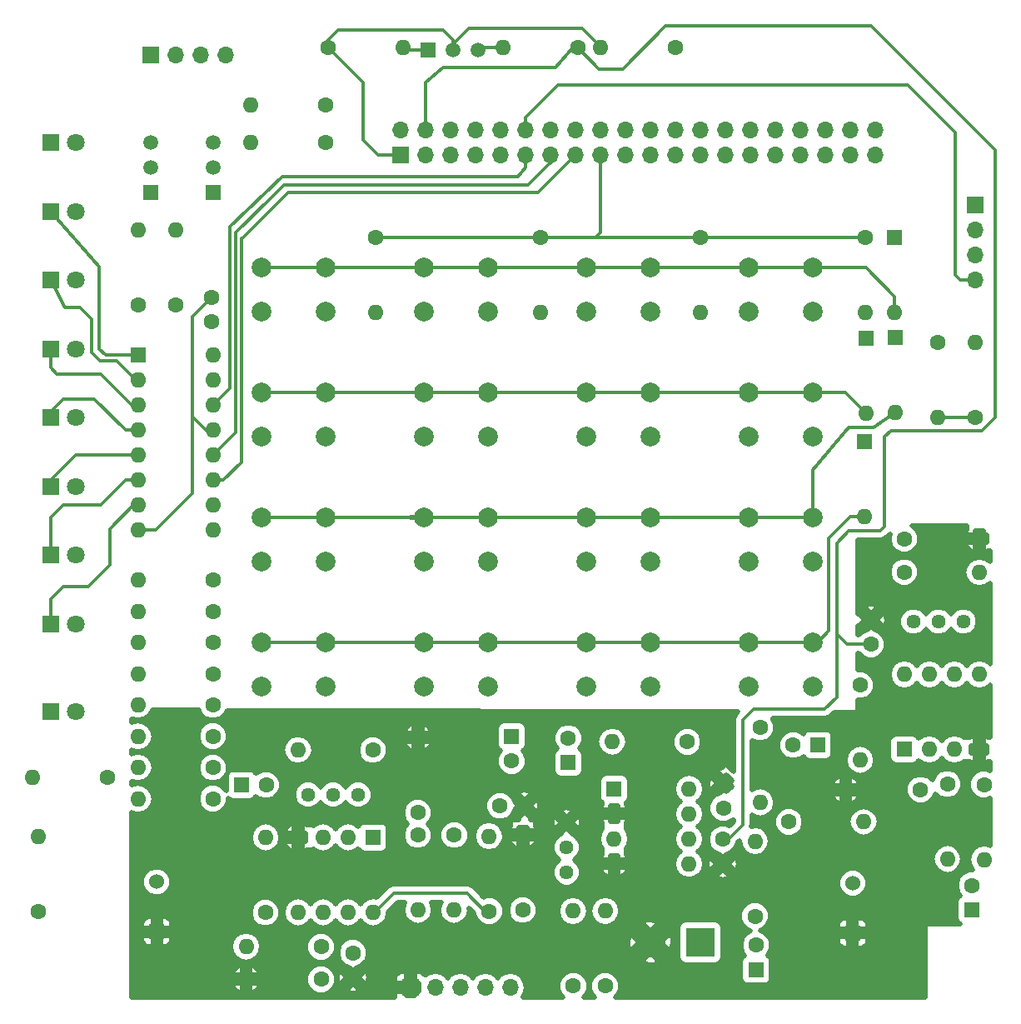
<source format=gbr>
G04 #@! TF.FileFunction,Copper,L1,Top,Signal*
%FSLAX46Y46*%
G04 Gerber Fmt 4.6, Leading zero omitted, Abs format (unit mm)*
G04 Created by KiCad (PCBNEW 4.0.7) date 09/29/21 12:06:06*
%MOMM*%
%LPD*%
G01*
G04 APERTURE LIST*
%ADD10C,0.100000*%
%ADD11R,1.700000X1.700000*%
%ADD12O,1.700000X1.700000*%
%ADD13R,1.524000X1.524000*%
%ADD14C,1.524000*%
%ADD15C,1.600000*%
%ADD16C,2.000000*%
%ADD17C,1.440000*%
%ADD18O,1.600000X1.600000*%
%ADD19R,1.800000X1.800000*%
%ADD20C,1.800000*%
%ADD21R,1.600000X1.600000*%
%ADD22C,1.520000*%
%ADD23R,1.520000X1.520000*%
%ADD24R,3.000000X3.000000*%
%ADD25C,3.000000*%
%ADD26C,0.350000*%
%ADD27C,0.500000*%
G04 APERTURE END LIST*
D10*
D11*
X65786000Y-139192000D03*
D12*
X68326000Y-139192000D03*
X70866000Y-139192000D03*
X73406000Y-139192000D03*
X75946000Y-139192000D03*
D13*
X110750000Y-133660000D03*
D14*
X110750000Y-128580000D03*
D15*
X97540000Y-124140000D03*
X97540000Y-126640000D03*
D16*
X106680000Y-70540000D03*
X106680000Y-66040000D03*
X100180000Y-70540000D03*
X100180000Y-66040000D03*
D17*
X81661000Y-127508000D03*
X81661000Y-124968000D03*
X81661000Y-122428000D03*
X55400000Y-119600000D03*
X57940000Y-119600000D03*
X60480000Y-119600000D03*
D15*
X45720000Y-104140000D03*
D18*
X38100000Y-104140000D03*
D15*
X45570000Y-71550000D03*
X45570000Y-69050000D03*
D19*
X29210000Y-53340000D03*
D20*
X31750000Y-53340000D03*
D19*
X29210000Y-60325000D03*
D20*
X31750000Y-60325000D03*
D19*
X29210000Y-67310000D03*
D20*
X31750000Y-67310000D03*
D19*
X29210000Y-74295000D03*
D20*
X31750000Y-74295000D03*
D19*
X29210000Y-81280000D03*
D20*
X31750000Y-81280000D03*
D19*
X29210000Y-88265000D03*
D20*
X31750000Y-88265000D03*
D19*
X29210000Y-95250000D03*
D20*
X31750000Y-95250000D03*
D19*
X29210000Y-102235000D03*
D20*
X31750000Y-102235000D03*
D21*
X112100000Y-73200000D03*
D18*
X112100000Y-80820000D03*
D21*
X115062000Y-73152000D03*
D18*
X115062000Y-80772000D03*
D21*
X111980000Y-83760000D03*
D18*
X111980000Y-91380000D03*
D21*
X115020000Y-63020000D03*
D18*
X115020000Y-70640000D03*
D11*
X123190000Y-59690000D03*
D12*
X123190000Y-62230000D03*
X123190000Y-64770000D03*
X123190000Y-67310000D03*
D11*
X64770000Y-54610000D03*
D12*
X64770000Y-52070000D03*
X67310000Y-54610000D03*
X67310000Y-52070000D03*
X69850000Y-54610000D03*
X69850000Y-52070000D03*
X72390000Y-54610000D03*
X72390000Y-52070000D03*
X74930000Y-54610000D03*
X74930000Y-52070000D03*
X77470000Y-54610000D03*
X77470000Y-52070000D03*
X80010000Y-54610000D03*
X80010000Y-52070000D03*
X82550000Y-54610000D03*
X82550000Y-52070000D03*
X85090000Y-54610000D03*
X85090000Y-52070000D03*
X87630000Y-54610000D03*
X87630000Y-52070000D03*
X90170000Y-54610000D03*
X90170000Y-52070000D03*
X92710000Y-54610000D03*
X92710000Y-52070000D03*
X95250000Y-54610000D03*
X95250000Y-52070000D03*
X97790000Y-54610000D03*
X97790000Y-52070000D03*
X100330000Y-54610000D03*
X100330000Y-52070000D03*
X102870000Y-54610000D03*
X102870000Y-52070000D03*
X105410000Y-54610000D03*
X105410000Y-52070000D03*
X107950000Y-54610000D03*
X107950000Y-52070000D03*
X110490000Y-54610000D03*
X110490000Y-52070000D03*
X113030000Y-54610000D03*
X113030000Y-52070000D03*
D15*
X45720000Y-97790000D03*
D18*
X38100000Y-97790000D03*
D15*
X45720000Y-100965000D03*
D18*
X38100000Y-100965000D03*
D15*
X45720000Y-107315000D03*
D18*
X38100000Y-107315000D03*
D15*
X45720000Y-110490000D03*
D18*
X38100000Y-110490000D03*
D15*
X45720000Y-113665000D03*
D18*
X38100000Y-113665000D03*
D15*
X45720000Y-116840000D03*
D18*
X38100000Y-116840000D03*
D15*
X45720000Y-120015000D03*
D18*
X38100000Y-120015000D03*
D15*
X62230000Y-62992000D03*
D18*
X62230000Y-70612000D03*
D15*
X78994000Y-62992000D03*
D18*
X78994000Y-70612000D03*
D15*
X95250000Y-62992000D03*
D18*
X95250000Y-70612000D03*
D15*
X112014000Y-62992000D03*
D18*
X112014000Y-70612000D03*
D16*
X57150000Y-83240000D03*
X57150000Y-78740000D03*
X50650000Y-83240000D03*
X50650000Y-78740000D03*
X57150000Y-95940000D03*
X57150000Y-91440000D03*
X50650000Y-95940000D03*
X50650000Y-91440000D03*
X57150000Y-108640000D03*
X57150000Y-104140000D03*
X50650000Y-108640000D03*
X50650000Y-104140000D03*
X57150000Y-70540000D03*
X57150000Y-66040000D03*
X50650000Y-70540000D03*
X50650000Y-66040000D03*
X73660000Y-83240000D03*
X73660000Y-78740000D03*
X67160000Y-83240000D03*
X67160000Y-78740000D03*
X73660000Y-95940000D03*
X73660000Y-91440000D03*
X67160000Y-95940000D03*
X67160000Y-91440000D03*
X73660000Y-108640000D03*
X73660000Y-104140000D03*
X67160000Y-108640000D03*
X67160000Y-104140000D03*
X73660000Y-70540000D03*
X73660000Y-66040000D03*
X67160000Y-70540000D03*
X67160000Y-66040000D03*
X90170000Y-83240000D03*
X90170000Y-78740000D03*
X83670000Y-83240000D03*
X83670000Y-78740000D03*
X90170000Y-95940000D03*
X90170000Y-91440000D03*
X83670000Y-95940000D03*
X83670000Y-91440000D03*
X90170000Y-108640000D03*
X90170000Y-104140000D03*
X83670000Y-108640000D03*
X83670000Y-104140000D03*
X90170000Y-70540000D03*
X90170000Y-66040000D03*
X83670000Y-70540000D03*
X83670000Y-66040000D03*
X106680000Y-83240000D03*
X106680000Y-78740000D03*
X100180000Y-83240000D03*
X100180000Y-78740000D03*
X106680000Y-95940000D03*
X106680000Y-91440000D03*
X100180000Y-95940000D03*
X100180000Y-91440000D03*
X106680000Y-108640000D03*
X106680000Y-104140000D03*
X100180000Y-108640000D03*
X100180000Y-104140000D03*
D21*
X38100000Y-74930000D03*
D18*
X45720000Y-92710000D03*
X38100000Y-77470000D03*
X45720000Y-90170000D03*
X38100000Y-80010000D03*
X45720000Y-87630000D03*
X38100000Y-82550000D03*
X45720000Y-85090000D03*
X38100000Y-85090000D03*
X45720000Y-82550000D03*
X38100000Y-87630000D03*
X45720000Y-80010000D03*
X38100000Y-90170000D03*
X45720000Y-77470000D03*
X38100000Y-92710000D03*
X45720000Y-74930000D03*
D11*
X39370000Y-44450000D03*
D12*
X41910000Y-44450000D03*
X44450000Y-44450000D03*
X46990000Y-44450000D03*
D22*
X39370000Y-55880000D03*
X39370000Y-53340000D03*
D23*
X39370000Y-58420000D03*
D22*
X45720000Y-55880000D03*
X45720000Y-53340000D03*
D23*
X45720000Y-58420000D03*
D15*
X38100000Y-69850000D03*
D18*
X38100000Y-62230000D03*
D15*
X41910000Y-69850000D03*
D18*
X41910000Y-62230000D03*
D15*
X57150000Y-49530000D03*
D18*
X49530000Y-49530000D03*
D15*
X57150000Y-53340000D03*
D18*
X49530000Y-53340000D03*
D21*
X48610000Y-118610000D03*
D15*
X51110000Y-118610000D03*
X97610000Y-120970000D03*
X97610000Y-118470000D03*
X59944000Y-138176000D03*
X59944000Y-135676000D03*
D21*
X100930000Y-137390000D03*
D15*
X100930000Y-134890000D03*
D21*
X76080000Y-113690000D03*
D15*
X76080000Y-116190000D03*
D24*
X95250000Y-134590000D03*
D25*
X90170000Y-134590000D03*
D13*
X40000000Y-133540000D03*
D14*
X40000000Y-128460000D03*
D15*
X27950000Y-131500000D03*
D18*
X27950000Y-123880000D03*
D15*
X82340000Y-139030000D03*
D18*
X82340000Y-131410000D03*
D15*
X85580000Y-139030000D03*
D18*
X85580000Y-131410000D03*
D15*
X51054000Y-131572000D03*
D18*
X51054000Y-123952000D03*
D15*
X66548000Y-123698000D03*
D18*
X66548000Y-131318000D03*
D15*
X56700000Y-135050000D03*
D18*
X49080000Y-135050000D03*
D15*
X100810000Y-131940000D03*
D18*
X100810000Y-124320000D03*
D15*
X61976000Y-115062000D03*
D18*
X54356000Y-115062000D03*
D15*
X73787000Y-131445000D03*
D18*
X73787000Y-123825000D03*
D15*
X77216000Y-131318000D03*
D18*
X77216000Y-123698000D03*
D15*
X70231000Y-123698000D03*
D18*
X70231000Y-131318000D03*
D21*
X86487000Y-118999000D03*
D18*
X94107000Y-126619000D03*
X86487000Y-121539000D03*
X94107000Y-124079000D03*
X86487000Y-124079000D03*
X94107000Y-121539000D03*
X86487000Y-126619000D03*
X94107000Y-118999000D03*
D21*
X61976000Y-123952000D03*
D18*
X54356000Y-131572000D03*
X59436000Y-123952000D03*
X56896000Y-131572000D03*
X56896000Y-123952000D03*
X59436000Y-131572000D03*
X54356000Y-123952000D03*
X61976000Y-131572000D03*
D15*
X77370000Y-120730000D03*
X74870000Y-120730000D03*
D21*
X81840000Y-116360000D03*
D15*
X81840000Y-113860000D03*
X93920000Y-114220000D03*
D18*
X86300000Y-114220000D03*
D15*
X66548000Y-121412000D03*
D18*
X66548000Y-113792000D03*
D19*
X29210000Y-111125000D03*
D20*
X31750000Y-111125000D03*
D15*
X34950000Y-117800000D03*
D18*
X27330000Y-117800000D03*
D22*
X70104000Y-43942000D03*
X72644000Y-43942000D03*
D23*
X67564000Y-43942000D03*
D15*
X57404000Y-43688000D03*
D18*
X65024000Y-43688000D03*
D15*
X119380000Y-73660000D03*
D18*
X119380000Y-81280000D03*
D15*
X123190000Y-81280000D03*
D18*
X123190000Y-73660000D03*
D15*
X82804000Y-43688000D03*
D18*
X75184000Y-43688000D03*
D21*
X122860000Y-131310000D03*
D15*
X122860000Y-128810000D03*
X112610000Y-101830000D03*
X112610000Y-104330000D03*
D21*
X107188000Y-114554000D03*
D15*
X104688000Y-114554000D03*
X104240000Y-122370000D03*
D18*
X111860000Y-122370000D03*
D15*
X124110000Y-118580000D03*
D18*
X124110000Y-126200000D03*
D15*
X111506000Y-108458000D03*
D18*
X111506000Y-116078000D03*
D15*
X120370000Y-118520000D03*
D18*
X120370000Y-126140000D03*
D15*
X116000000Y-97000000D03*
D18*
X123620000Y-97000000D03*
D15*
X116000000Y-93600000D03*
D18*
X123620000Y-93600000D03*
D15*
X101346000Y-112776000D03*
D18*
X101346000Y-120396000D03*
D17*
X122000000Y-102000000D03*
X119460000Y-102000000D03*
X116920000Y-102000000D03*
D21*
X116000000Y-115000000D03*
D18*
X123620000Y-107380000D03*
X118540000Y-115000000D03*
X121080000Y-107380000D03*
X121080000Y-115000000D03*
X118540000Y-107380000D03*
X123620000Y-115000000D03*
X116000000Y-107380000D03*
D15*
X56700000Y-138350000D03*
D18*
X49080000Y-138350000D03*
D15*
X117650000Y-119100000D03*
D18*
X110030000Y-119100000D03*
D15*
X92720000Y-43710000D03*
D18*
X85100000Y-43710000D03*
D26*
X70104000Y-43942000D02*
X70104000Y-43346000D01*
X70104000Y-43346000D02*
X71710000Y-41740000D01*
X83230000Y-41740000D02*
X85100000Y-43610000D01*
X71710000Y-41740000D02*
X83230000Y-41740000D01*
X85100000Y-43610000D02*
X85100000Y-43710000D01*
X70104000Y-43942000D02*
X70104000Y-42926000D01*
X58420000Y-41910000D02*
X57404000Y-42926000D01*
X69088000Y-41910000D02*
X58420000Y-41910000D01*
X70104000Y-42926000D02*
X69088000Y-41910000D01*
X57404000Y-42926000D02*
X57404000Y-43688000D01*
X57404000Y-43688000D02*
X57404000Y-43434000D01*
X70104000Y-43434000D02*
X70104000Y-43942000D01*
X64770000Y-54610000D02*
X62484000Y-54610000D01*
X60960000Y-47244000D02*
X57404000Y-43688000D01*
X60960000Y-53086000D02*
X60960000Y-47244000D01*
X62484000Y-54610000D02*
X60960000Y-53086000D01*
X64770000Y-54610000D02*
X64660000Y-54610000D01*
X45720000Y-82550000D02*
X44958000Y-82550000D01*
X44958000Y-82550000D02*
X43620000Y-81212000D01*
X38100000Y-92710000D02*
X39910000Y-92710000D01*
X39910000Y-92710000D02*
X43620000Y-89000000D01*
X43620000Y-89000000D02*
X43620000Y-81212000D01*
X43620000Y-81212000D02*
X43620000Y-71000000D01*
X43620000Y-71000000D02*
X45570000Y-69050000D01*
X34170000Y-71360000D02*
X34170000Y-65920000D01*
X34170000Y-65920000D02*
X29210000Y-60325000D01*
X34770000Y-74930000D02*
X38100000Y-74930000D01*
X34170000Y-74330000D02*
X34770000Y-74930000D01*
X34170000Y-71360000D02*
X34170000Y-74330000D01*
X38100000Y-77470000D02*
X37820000Y-77470000D01*
X37820000Y-77470000D02*
X35900000Y-75550000D01*
X30700000Y-70070000D02*
X29210000Y-67310000D01*
X32190000Y-70070000D02*
X30700000Y-70070000D01*
X33360000Y-71240000D02*
X32190000Y-70070000D01*
X33360000Y-74660000D02*
X33360000Y-71240000D01*
X34250000Y-75550000D02*
X33360000Y-74660000D01*
X35900000Y-75550000D02*
X34250000Y-75550000D01*
X38100000Y-80010000D02*
X37465000Y-80010000D01*
X37465000Y-80010000D02*
X34290000Y-76835000D01*
X29210000Y-76200000D02*
X29210000Y-74295000D01*
X29845000Y-76835000D02*
X29210000Y-76200000D01*
X34290000Y-76835000D02*
X29845000Y-76835000D01*
X38100000Y-80010000D02*
X37670000Y-80010000D01*
X38100000Y-82550000D02*
X36830000Y-82550000D01*
X30480000Y-79375000D02*
X29210000Y-80645000D01*
X33655000Y-79375000D02*
X30480000Y-79375000D01*
X36830000Y-82550000D02*
X33655000Y-79375000D01*
X29210000Y-80645000D02*
X29210000Y-81280000D01*
X29210000Y-81280000D02*
X29210000Y-80820000D01*
X38100000Y-85090000D02*
X31750000Y-85090000D01*
X31750000Y-85090000D02*
X29210000Y-87630000D01*
X29210000Y-87630000D02*
X29210000Y-88265000D01*
X38100000Y-87630000D02*
X36830000Y-87630000D01*
X29210000Y-91440000D02*
X29210000Y-95250000D01*
X30480000Y-90170000D02*
X29210000Y-91440000D01*
X34290000Y-90170000D02*
X30480000Y-90170000D01*
X36830000Y-87630000D02*
X34290000Y-90170000D01*
X35200000Y-95885000D02*
X35200000Y-96245000D01*
X29210000Y-99695000D02*
X29210000Y-102235000D01*
X30480000Y-98425000D02*
X29210000Y-99695000D01*
X33020000Y-98425000D02*
X30480000Y-98425000D01*
X35200000Y-96245000D02*
X33020000Y-98425000D01*
X38100000Y-90170000D02*
X37630000Y-90170000D01*
X37630000Y-90170000D02*
X35200000Y-92600000D01*
X35200000Y-92600000D02*
X35200000Y-95885000D01*
X29210000Y-102235000D02*
X29210000Y-101655000D01*
X106680000Y-78740000D02*
X100180000Y-78740000D01*
X100180000Y-78740000D02*
X90170000Y-78740000D01*
X90170000Y-78740000D02*
X83670000Y-78740000D01*
X83670000Y-78740000D02*
X73660000Y-78740000D01*
X73660000Y-78740000D02*
X67160000Y-78740000D01*
X67160000Y-78740000D02*
X57150000Y-78740000D01*
X57150000Y-78740000D02*
X50650000Y-78740000D01*
X106680000Y-78740000D02*
X110020000Y-78740000D01*
X110020000Y-78740000D02*
X112100000Y-80820000D01*
X106680000Y-78740000D02*
X107442000Y-78740000D01*
X57150000Y-91440000D02*
X50650000Y-91440000D01*
X67160000Y-91440000D02*
X57150000Y-91440000D01*
X73660000Y-91440000D02*
X65786000Y-91440000D01*
X83670000Y-91440000D02*
X73660000Y-91440000D01*
X90170000Y-91440000D02*
X83670000Y-91440000D01*
X100180000Y-91440000D02*
X90170000Y-91440000D01*
X106680000Y-91440000D02*
X100180000Y-91440000D01*
X106680000Y-91440000D02*
X106680000Y-86614000D01*
X112910000Y-82284000D02*
X115062000Y-80772000D01*
X110370000Y-82284000D02*
X112910000Y-82284000D01*
X106680000Y-86614000D02*
X110370000Y-82284000D01*
X106680000Y-91440000D02*
X106934000Y-91440000D01*
X106680000Y-91440000D02*
X106680000Y-91694000D01*
D27*
X106680000Y-91440000D02*
X107442000Y-91440000D01*
X65786000Y-91440000D02*
X67160000Y-91440000D01*
X111980000Y-83760000D02*
X112488000Y-83760000D01*
D26*
X100180000Y-104140000D02*
X106680000Y-104140000D01*
X90170000Y-104140000D02*
X100180000Y-104140000D01*
X83670000Y-104140000D02*
X90170000Y-104140000D01*
X73660000Y-104140000D02*
X83670000Y-104140000D01*
X67160000Y-104140000D02*
X73660000Y-104140000D01*
X57150000Y-104140000D02*
X67160000Y-104140000D01*
X50650000Y-104140000D02*
X57150000Y-104140000D01*
X106680000Y-104140000D02*
X107160000Y-104140000D01*
X107160000Y-104140000D02*
X108320000Y-102980000D01*
X110480000Y-91380000D02*
X111980000Y-91380000D01*
X108320000Y-93540000D02*
X110480000Y-91380000D01*
X108320000Y-102980000D02*
X108320000Y-93540000D01*
X106680000Y-104140000D02*
X106680000Y-104394000D01*
X115020000Y-70640000D02*
X115020000Y-68960000D01*
X112100000Y-66040000D02*
X106680000Y-66040000D01*
X115020000Y-68960000D02*
X112100000Y-66040000D01*
X90170000Y-66040000D02*
X100180000Y-66040000D01*
X83670000Y-66040000D02*
X90170000Y-66040000D01*
X73660000Y-66040000D02*
X83670000Y-66040000D01*
X67160000Y-66040000D02*
X73660000Y-66040000D01*
X57150000Y-66040000D02*
X67160000Y-66040000D01*
X106680000Y-66040000D02*
X100180000Y-66040000D01*
X57150000Y-66040000D02*
X50650000Y-66040000D01*
X123190000Y-73660000D02*
X123444000Y-73660000D01*
X54356000Y-123952000D02*
X54076000Y-123952000D01*
X59944000Y-138176000D02*
X59254000Y-138176000D01*
X67564000Y-43942000D02*
X65278000Y-43942000D01*
X65278000Y-43942000D02*
X65024000Y-43688000D01*
X123190000Y-81280000D02*
X119380000Y-81280000D01*
X114554000Y-47498000D02*
X116332000Y-47498000D01*
X121666000Y-67310000D02*
X123190000Y-67310000D01*
X121158000Y-66802000D02*
X121666000Y-67310000D01*
X121158000Y-52324000D02*
X121158000Y-66802000D01*
X116332000Y-47498000D02*
X121158000Y-52324000D01*
X77470000Y-52070000D02*
X77470000Y-50800000D01*
X77470000Y-50800000D02*
X80772000Y-47498000D01*
X80772000Y-47498000D02*
X114554000Y-47498000D01*
X123190000Y-82580000D02*
X123922000Y-82580000D01*
X123922000Y-82580000D02*
X125222000Y-81280000D01*
X125222000Y-81280000D02*
X125222000Y-54122000D01*
X125222000Y-54122000D02*
X112580000Y-41480000D01*
X112580000Y-41480000D02*
X91740000Y-41480000D01*
X91740000Y-41480000D02*
X87380000Y-45840000D01*
X87380000Y-45840000D02*
X84956000Y-45840000D01*
X84956000Y-45840000D02*
X82804000Y-43688000D01*
X97540000Y-124140000D02*
X98110000Y-124140000D01*
X98110000Y-124140000D02*
X99568000Y-122682000D01*
X99568000Y-112014000D02*
X100662000Y-110920000D01*
X99568000Y-122682000D02*
X99568000Y-112014000D01*
X112610000Y-104330000D02*
X110172000Y-104330000D01*
X110172000Y-104330000D02*
X109120000Y-103278000D01*
X107920000Y-110920000D02*
X100662000Y-110920000D01*
X109120000Y-109720000D02*
X107920000Y-110920000D01*
X109120000Y-103278000D02*
X109120000Y-109720000D01*
X109120000Y-94010000D02*
X109120000Y-103278000D01*
X110330000Y-92800000D02*
X109120000Y-94010000D01*
X113520000Y-92800000D02*
X110330000Y-92800000D01*
X114000000Y-92320000D02*
X113520000Y-92800000D01*
X114000000Y-83230000D02*
X114000000Y-92320000D01*
X114650000Y-82580000D02*
X114000000Y-83230000D01*
X123190000Y-82580000D02*
X114650000Y-82580000D01*
X61976000Y-131572000D02*
X62168000Y-131572000D01*
X62168000Y-131572000D02*
X64120000Y-129620000D01*
X71540000Y-129620000D02*
X73365000Y-131445000D01*
X64120000Y-129620000D02*
X71540000Y-129620000D01*
X73365000Y-131445000D02*
X73787000Y-131445000D01*
X82296000Y-43688000D02*
X80518000Y-45720000D01*
X80518000Y-45720000D02*
X69088000Y-45720000D01*
X69088000Y-45720000D02*
X67310000Y-47244000D01*
X67310000Y-47244000D02*
X67310000Y-52070000D01*
X82804000Y-43688000D02*
X82296000Y-43688000D01*
X77470000Y-54610000D02*
X77470000Y-55830000D01*
X47449998Y-78280002D02*
X45720000Y-80010000D01*
X47449998Y-61910002D02*
X47449998Y-78280002D01*
X52780000Y-56770000D02*
X47449998Y-61910002D01*
X76720000Y-56770000D02*
X52780000Y-56770000D01*
X77470000Y-55830000D02*
X76720000Y-56770000D01*
D27*
X77470000Y-54610000D02*
X77470000Y-55306998D01*
D26*
X51572225Y-58972158D02*
X51577842Y-58972158D01*
X77700000Y-57650000D02*
X80010000Y-55340000D01*
X52900000Y-57650000D02*
X77700000Y-57650000D01*
X51577842Y-58972158D02*
X52900000Y-57650000D01*
X80010000Y-55340000D02*
X80010000Y-54610000D01*
X80010000Y-55460000D02*
X80010000Y-54610000D01*
X48000000Y-82820000D02*
X45720000Y-85090000D01*
X48000000Y-62460000D02*
X48000000Y-82820000D01*
X51572225Y-58972158D02*
X48000000Y-62460000D01*
X48580000Y-63025000D02*
X48725000Y-63025000D01*
X78735000Y-58425000D02*
X82550000Y-54610000D01*
X53325000Y-58425000D02*
X78735000Y-58425000D01*
X48725000Y-63025000D02*
X53325000Y-58425000D01*
X46790000Y-87630000D02*
X45720000Y-87630000D01*
X48580000Y-85840000D02*
X46790000Y-87630000D01*
X48580000Y-63025000D02*
X48580000Y-85840000D01*
X85090000Y-54610000D02*
X85090000Y-62484000D01*
X85090000Y-62484000D02*
X84582000Y-62992000D01*
X78994000Y-62992000D02*
X62230000Y-62992000D01*
X95250000Y-62992000D02*
X84582000Y-62992000D01*
X84582000Y-62992000D02*
X78994000Y-62992000D01*
X112014000Y-62992000D02*
X95250000Y-62992000D01*
D27*
X85153500Y-54673500D02*
X85090000Y-54610000D01*
D26*
X82390000Y-131360000D02*
X82340000Y-131410000D01*
X85580000Y-131410000D02*
X85410000Y-131410000D01*
X85410000Y-131410000D02*
X85080000Y-131080000D01*
X75184000Y-43688000D02*
X72898000Y-43688000D01*
X72898000Y-43688000D02*
X72644000Y-43942000D01*
D27*
G36*
X122369998Y-92707939D02*
X122195335Y-92969369D01*
X122311263Y-93200000D01*
X123220000Y-93200000D01*
X123220000Y-92800000D01*
X124020000Y-92800000D01*
X124020000Y-93200000D01*
X124420000Y-93200000D01*
X124420000Y-94000000D01*
X124020000Y-94000000D01*
X124020000Y-94916307D01*
X124250635Y-95024694D01*
X124498954Y-94850002D01*
X124750000Y-94850002D01*
X124750000Y-95909399D01*
X124746382Y-95903984D01*
X124243525Y-95567987D01*
X123650366Y-95450000D01*
X123589634Y-95450000D01*
X122996475Y-95567987D01*
X122493618Y-95903984D01*
X122157621Y-96406841D01*
X122039634Y-97000000D01*
X122157621Y-97593159D01*
X122493618Y-98096016D01*
X122996475Y-98432013D01*
X123589634Y-98550000D01*
X123650366Y-98550000D01*
X124243525Y-98432013D01*
X124746382Y-98096016D01*
X124750000Y-98090601D01*
X124750000Y-106304479D01*
X124716016Y-106253618D01*
X124213159Y-105917621D01*
X123620000Y-105799634D01*
X123026841Y-105917621D01*
X122523984Y-106253618D01*
X122350000Y-106514004D01*
X122176016Y-106253618D01*
X121673159Y-105917621D01*
X121080000Y-105799634D01*
X120486841Y-105917621D01*
X119983984Y-106253618D01*
X119810000Y-106514004D01*
X119636016Y-106253618D01*
X119133159Y-105917621D01*
X118540000Y-105799634D01*
X117946841Y-105917621D01*
X117443984Y-106253618D01*
X117270000Y-106514004D01*
X117096016Y-106253618D01*
X116593159Y-105917621D01*
X116000000Y-105799634D01*
X115406841Y-105917621D01*
X114903984Y-106253618D01*
X114567987Y-106756475D01*
X114450000Y-107349634D01*
X114450000Y-107410366D01*
X114567987Y-108003525D01*
X114903984Y-108506382D01*
X115406841Y-108842379D01*
X116000000Y-108960366D01*
X116593159Y-108842379D01*
X117096016Y-108506382D01*
X117270000Y-108245996D01*
X117443984Y-108506382D01*
X117946841Y-108842379D01*
X118540000Y-108960366D01*
X119133159Y-108842379D01*
X119636016Y-108506382D01*
X119810000Y-108245996D01*
X119983984Y-108506382D01*
X120486841Y-108842379D01*
X121080000Y-108960366D01*
X121673159Y-108842379D01*
X122176016Y-108506382D01*
X122350000Y-108245996D01*
X122523984Y-108506382D01*
X123026841Y-108842379D01*
X123620000Y-108960366D01*
X124213159Y-108842379D01*
X124716016Y-108506382D01*
X124750000Y-108455521D01*
X124750000Y-113749998D01*
X124512061Y-113749998D01*
X124250631Y-113575335D01*
X124020000Y-113691263D01*
X124020000Y-114600000D01*
X124420000Y-114600000D01*
X124420000Y-115400000D01*
X124020000Y-115400000D01*
X124020000Y-116308737D01*
X124250631Y-116424665D01*
X124512061Y-116250002D01*
X124750000Y-116250002D01*
X124750000Y-117167436D01*
X124419667Y-117030270D01*
X123803039Y-117029732D01*
X123233143Y-117265208D01*
X122796740Y-117700849D01*
X122560270Y-118270333D01*
X122559732Y-118886961D01*
X122795208Y-119456857D01*
X123230849Y-119893260D01*
X123800333Y-120129730D01*
X124416961Y-120130268D01*
X124750000Y-119992659D01*
X124750000Y-124768919D01*
X124703159Y-124737621D01*
X124110000Y-124619634D01*
X123516841Y-124737621D01*
X123013984Y-125073618D01*
X122677987Y-125576475D01*
X122560000Y-126169634D01*
X122560000Y-126230366D01*
X122677987Y-126823525D01*
X122969693Y-127260096D01*
X122553039Y-127259732D01*
X121983143Y-127495208D01*
X121546740Y-127930849D01*
X121310270Y-128500333D01*
X121309732Y-129116961D01*
X121545208Y-129686857D01*
X121705162Y-129847091D01*
X121526802Y-129961862D01*
X121355554Y-130212492D01*
X121295307Y-130510000D01*
X121295307Y-132110000D01*
X121347604Y-132387933D01*
X121511862Y-132643198D01*
X121668172Y-132750000D01*
X118414000Y-132750000D01*
X118316736Y-132769696D01*
X118234798Y-132825682D01*
X118181097Y-132909136D01*
X118164000Y-133000000D01*
X118164000Y-140175000D01*
X86626946Y-140175000D01*
X86893260Y-139909151D01*
X87129730Y-139339667D01*
X87130268Y-138723039D01*
X86894792Y-138153143D01*
X86459151Y-137716740D01*
X85889667Y-137480270D01*
X85273039Y-137479732D01*
X84703143Y-137715208D01*
X84266740Y-138150849D01*
X84030270Y-138720333D01*
X84029732Y-139336961D01*
X84265208Y-139906857D01*
X84532883Y-140175000D01*
X83386946Y-140175000D01*
X83653260Y-139909151D01*
X83889730Y-139339667D01*
X83890268Y-138723039D01*
X83654792Y-138153143D01*
X83219151Y-137716740D01*
X82649667Y-137480270D01*
X82033039Y-137479732D01*
X81463143Y-137715208D01*
X81026740Y-138150849D01*
X80790270Y-138720333D01*
X80789732Y-139336961D01*
X81025208Y-139906857D01*
X81292883Y-140175000D01*
X77197454Y-140175000D01*
X77424207Y-139835639D01*
X77546000Y-139223346D01*
X77546000Y-139160654D01*
X77424207Y-138548361D01*
X77077371Y-138029283D01*
X76558293Y-137682447D01*
X75946000Y-137560654D01*
X75333707Y-137682447D01*
X74814629Y-138029283D01*
X74676000Y-138236756D01*
X74537371Y-138029283D01*
X74018293Y-137682447D01*
X73406000Y-137560654D01*
X72793707Y-137682447D01*
X72274629Y-138029283D01*
X72136000Y-138236756D01*
X71997371Y-138029283D01*
X71478293Y-137682447D01*
X70866000Y-137560654D01*
X70253707Y-137682447D01*
X69734629Y-138029283D01*
X69596000Y-138236756D01*
X69457371Y-138029283D01*
X68938293Y-137682447D01*
X68326000Y-137560654D01*
X67713707Y-137682447D01*
X67325261Y-137941998D01*
X67290767Y-137941998D01*
X67278601Y-137912627D01*
X67065372Y-137699398D01*
X66786775Y-137584000D01*
X66400500Y-137584000D01*
X66211000Y-137773500D01*
X66211000Y-138767000D01*
X66636000Y-138767000D01*
X66636000Y-139617000D01*
X66211000Y-139617000D01*
X66211000Y-140042000D01*
X65361000Y-140042000D01*
X65361000Y-139617000D01*
X64367500Y-139617000D01*
X64178000Y-139806500D01*
X64178000Y-140175000D01*
X37408000Y-140175000D01*
X37408000Y-138980631D01*
X47655335Y-138980631D01*
X47952162Y-139424912D01*
X48449365Y-139774694D01*
X48680000Y-139666307D01*
X48680000Y-138750000D01*
X49480000Y-138750000D01*
X49480000Y-139666307D01*
X49710635Y-139774694D01*
X50207838Y-139424912D01*
X50504665Y-138980631D01*
X50388737Y-138750000D01*
X49480000Y-138750000D01*
X48680000Y-138750000D01*
X47771263Y-138750000D01*
X47655335Y-138980631D01*
X37408000Y-138980631D01*
X37408000Y-138656961D01*
X55149732Y-138656961D01*
X55385208Y-139226857D01*
X55820849Y-139663260D01*
X56390333Y-139899730D01*
X57006961Y-139900268D01*
X57576857Y-139664792D01*
X57835295Y-139406805D01*
X59278881Y-139406805D01*
X59363983Y-139654846D01*
X59974064Y-139764239D01*
X60524017Y-139654846D01*
X60609119Y-139406805D01*
X59944000Y-138741685D01*
X59278881Y-139406805D01*
X57835295Y-139406805D01*
X58013260Y-139229151D01*
X58249730Y-138659667D01*
X58250125Y-138206064D01*
X58355761Y-138206064D01*
X58465154Y-138756017D01*
X58713195Y-138841119D01*
X59378315Y-138176000D01*
X60509685Y-138176000D01*
X61174805Y-138841119D01*
X61422846Y-138756017D01*
X61524118Y-138191224D01*
X64178000Y-138191224D01*
X64178000Y-138577500D01*
X64367500Y-138767000D01*
X65361000Y-138767000D01*
X65361000Y-137773500D01*
X65171500Y-137584000D01*
X64785225Y-137584000D01*
X64506628Y-137699398D01*
X64293399Y-137912627D01*
X64178000Y-138191224D01*
X61524118Y-138191224D01*
X61532239Y-138145936D01*
X61422846Y-137595983D01*
X61174805Y-137510881D01*
X60509685Y-138176000D01*
X59378315Y-138176000D01*
X58713195Y-137510881D01*
X58465154Y-137595983D01*
X58355761Y-138206064D01*
X58250125Y-138206064D01*
X58250268Y-138043039D01*
X58014792Y-137473143D01*
X57579151Y-137036740D01*
X57009667Y-136800270D01*
X56393039Y-136799732D01*
X55823143Y-137035208D01*
X55386740Y-137470849D01*
X55150270Y-138040333D01*
X55149732Y-138656961D01*
X37408000Y-138656961D01*
X37408000Y-137719369D01*
X47655335Y-137719369D01*
X47771263Y-137950000D01*
X48680000Y-137950000D01*
X48680000Y-137033693D01*
X49480000Y-137033693D01*
X49480000Y-137950000D01*
X50388737Y-137950000D01*
X50504665Y-137719369D01*
X50207838Y-137275088D01*
X49710635Y-136925306D01*
X49480000Y-137033693D01*
X48680000Y-137033693D01*
X48449365Y-136925306D01*
X47952162Y-137275088D01*
X47655335Y-137719369D01*
X37408000Y-137719369D01*
X37408000Y-134110500D01*
X38480000Y-134110500D01*
X38480000Y-134452775D01*
X38595398Y-134731372D01*
X38808627Y-134944601D01*
X39087224Y-135060000D01*
X39429500Y-135060000D01*
X39619000Y-134870500D01*
X39619000Y-133921000D01*
X40381000Y-133921000D01*
X40381000Y-134870500D01*
X40570500Y-135060000D01*
X40912776Y-135060000D01*
X40936918Y-135050000D01*
X47499634Y-135050000D01*
X47617621Y-135643159D01*
X47953618Y-136146016D01*
X48456475Y-136482013D01*
X49049634Y-136600000D01*
X49110366Y-136600000D01*
X49703525Y-136482013D01*
X50206382Y-136146016D01*
X50542379Y-135643159D01*
X50599307Y-135356961D01*
X55149732Y-135356961D01*
X55385208Y-135926857D01*
X55820849Y-136363260D01*
X56390333Y-136599730D01*
X57006961Y-136600268D01*
X57576857Y-136364792D01*
X57959355Y-135982961D01*
X58393732Y-135982961D01*
X58629208Y-136552857D01*
X59064849Y-136989260D01*
X59506218Y-137172532D01*
X59944000Y-137610315D01*
X60382325Y-137171990D01*
X60820857Y-136990792D01*
X61257260Y-136555151D01*
X61273117Y-136516961D01*
X89303699Y-136516961D01*
X89497361Y-136791784D01*
X90391149Y-136881592D01*
X90842639Y-136791784D01*
X91036301Y-136516961D01*
X90170000Y-135650660D01*
X89303699Y-136516961D01*
X61273117Y-136516961D01*
X61493730Y-135985667D01*
X61494268Y-135369039D01*
X61263753Y-134811149D01*
X87878408Y-134811149D01*
X87968216Y-135262639D01*
X88243039Y-135456301D01*
X89109340Y-134590000D01*
X91230660Y-134590000D01*
X92096961Y-135456301D01*
X92371784Y-135262639D01*
X92461592Y-134368851D01*
X92371784Y-133917361D01*
X92096961Y-133723699D01*
X91230660Y-134590000D01*
X89109340Y-134590000D01*
X88243039Y-133723699D01*
X87968216Y-133917361D01*
X87878408Y-134811149D01*
X61263753Y-134811149D01*
X61258792Y-134799143D01*
X60823151Y-134362740D01*
X60253667Y-134126270D01*
X59637039Y-134125732D01*
X59067143Y-134361208D01*
X58630740Y-134796849D01*
X58394270Y-135366333D01*
X58393732Y-135982961D01*
X57959355Y-135982961D01*
X58013260Y-135929151D01*
X58249730Y-135359667D01*
X58250268Y-134743039D01*
X58014792Y-134173143D01*
X57579151Y-133736740D01*
X57009667Y-133500270D01*
X56393039Y-133499732D01*
X55823143Y-133735208D01*
X55386740Y-134170849D01*
X55150270Y-134740333D01*
X55149732Y-135356961D01*
X50599307Y-135356961D01*
X50660366Y-135050000D01*
X50542379Y-134456841D01*
X50206382Y-133953984D01*
X49703525Y-133617987D01*
X49110366Y-133500000D01*
X49049634Y-133500000D01*
X48456475Y-133617987D01*
X47953618Y-133953984D01*
X47617621Y-134456841D01*
X47499634Y-135050000D01*
X40936918Y-135050000D01*
X41191373Y-134944601D01*
X41404602Y-134731372D01*
X41520000Y-134452775D01*
X41520000Y-134110500D01*
X41330500Y-133921000D01*
X40381000Y-133921000D01*
X39619000Y-133921000D01*
X38669500Y-133921000D01*
X38480000Y-134110500D01*
X37408000Y-134110500D01*
X37408000Y-132627225D01*
X38480000Y-132627225D01*
X38480000Y-132969500D01*
X38669500Y-133159000D01*
X39619000Y-133159000D01*
X39619000Y-132209500D01*
X40381000Y-132209500D01*
X40381000Y-133159000D01*
X41330500Y-133159000D01*
X41520000Y-132969500D01*
X41520000Y-132627225D01*
X41404602Y-132348628D01*
X41191373Y-132135399D01*
X40912776Y-132020000D01*
X40570500Y-132020000D01*
X40381000Y-132209500D01*
X39619000Y-132209500D01*
X39429500Y-132020000D01*
X39087224Y-132020000D01*
X38808627Y-132135399D01*
X38595398Y-132348628D01*
X38480000Y-132627225D01*
X37408000Y-132627225D01*
X37408000Y-131878961D01*
X49503732Y-131878961D01*
X49739208Y-132448857D01*
X50174849Y-132885260D01*
X50744333Y-133121730D01*
X51360961Y-133122268D01*
X51930857Y-132886792D01*
X52367260Y-132451151D01*
X52603730Y-131881667D01*
X52604026Y-131541634D01*
X52806000Y-131541634D01*
X52806000Y-131602366D01*
X52923987Y-132195525D01*
X53259984Y-132698382D01*
X53762841Y-133034379D01*
X54356000Y-133152366D01*
X54949159Y-133034379D01*
X55452016Y-132698382D01*
X55626000Y-132437996D01*
X55799984Y-132698382D01*
X56302841Y-133034379D01*
X56896000Y-133152366D01*
X57489159Y-133034379D01*
X57992016Y-132698382D01*
X58166000Y-132437996D01*
X58339984Y-132698382D01*
X58842841Y-133034379D01*
X59436000Y-133152366D01*
X60029159Y-133034379D01*
X60532016Y-132698382D01*
X60706000Y-132437996D01*
X60879984Y-132698382D01*
X61382841Y-133034379D01*
X61976000Y-133152366D01*
X62569159Y-133034379D01*
X63072016Y-132698382D01*
X63408013Y-132195525D01*
X63526000Y-131602366D01*
X63526000Y-131541634D01*
X63522767Y-131525381D01*
X64503148Y-130545000D01*
X65215863Y-130545000D01*
X65115987Y-130694475D01*
X64998000Y-131287634D01*
X64998000Y-131348366D01*
X65115987Y-131941525D01*
X65451984Y-132444382D01*
X65954841Y-132780379D01*
X66548000Y-132898366D01*
X67141159Y-132780379D01*
X67644016Y-132444382D01*
X67980013Y-131941525D01*
X68098000Y-131348366D01*
X68098000Y-131287634D01*
X67980013Y-130694475D01*
X67880137Y-130545000D01*
X68898863Y-130545000D01*
X68798987Y-130694475D01*
X68681000Y-131287634D01*
X68681000Y-131348366D01*
X68798987Y-131941525D01*
X69134984Y-132444382D01*
X69637841Y-132780379D01*
X70231000Y-132898366D01*
X70824159Y-132780379D01*
X71327016Y-132444382D01*
X71663013Y-131941525D01*
X71781000Y-131348366D01*
X71781000Y-131287634D01*
X71751579Y-131139727D01*
X72236843Y-131624991D01*
X72236732Y-131751961D01*
X72472208Y-132321857D01*
X72907849Y-132758260D01*
X73477333Y-132994730D01*
X74093961Y-132995268D01*
X74663857Y-132759792D01*
X75100260Y-132324151D01*
X75336730Y-131754667D01*
X75336843Y-131624961D01*
X75665732Y-131624961D01*
X75901208Y-132194857D01*
X76336849Y-132631260D01*
X76906333Y-132867730D01*
X77522961Y-132868268D01*
X78092857Y-132632792D01*
X78529260Y-132197151D01*
X78765730Y-131627667D01*
X78765946Y-131379634D01*
X80790000Y-131379634D01*
X80790000Y-131440366D01*
X80907987Y-132033525D01*
X81243984Y-132536382D01*
X81746841Y-132872379D01*
X82340000Y-132990366D01*
X82933159Y-132872379D01*
X83436016Y-132536382D01*
X83772013Y-132033525D01*
X83890000Y-131440366D01*
X83890000Y-131379634D01*
X84030000Y-131379634D01*
X84030000Y-131440366D01*
X84147987Y-132033525D01*
X84483984Y-132536382D01*
X84986841Y-132872379D01*
X85580000Y-132990366D01*
X86173159Y-132872379D01*
X86486459Y-132663039D01*
X89303699Y-132663039D01*
X90170000Y-133529340D01*
X90609340Y-133090000D01*
X92985307Y-133090000D01*
X92985307Y-136090000D01*
X93037604Y-136367933D01*
X93201862Y-136623198D01*
X93452492Y-136794446D01*
X93750000Y-136854693D01*
X96750000Y-136854693D01*
X97027933Y-136802396D01*
X97283198Y-136638138D01*
X97454446Y-136387508D01*
X97514693Y-136090000D01*
X97514693Y-133090000D01*
X97462396Y-132812067D01*
X97298138Y-132556802D01*
X97047508Y-132385554D01*
X96750000Y-132325307D01*
X93750000Y-132325307D01*
X93472067Y-132377604D01*
X93216802Y-132541862D01*
X93045554Y-132792492D01*
X92985307Y-133090000D01*
X90609340Y-133090000D01*
X91036301Y-132663039D01*
X90842639Y-132388216D01*
X89948851Y-132298408D01*
X89497361Y-132388216D01*
X89303699Y-132663039D01*
X86486459Y-132663039D01*
X86676016Y-132536382D01*
X86869400Y-132246961D01*
X99259732Y-132246961D01*
X99495208Y-132816857D01*
X99930849Y-133253260D01*
X100380471Y-133439959D01*
X100053143Y-133575208D01*
X99616740Y-134010849D01*
X99380270Y-134580333D01*
X99379732Y-135196961D01*
X99615208Y-135766857D01*
X99775162Y-135927091D01*
X99596802Y-136041862D01*
X99425554Y-136292492D01*
X99365307Y-136590000D01*
X99365307Y-138190000D01*
X99417604Y-138467933D01*
X99581862Y-138723198D01*
X99832492Y-138894446D01*
X100130000Y-138954693D01*
X101730000Y-138954693D01*
X102007933Y-138902396D01*
X102263198Y-138738138D01*
X102434446Y-138487508D01*
X102494693Y-138190000D01*
X102494693Y-136590000D01*
X102442396Y-136312067D01*
X102278138Y-136056802D01*
X102086367Y-135925770D01*
X102243260Y-135769151D01*
X102479730Y-135199667D01*
X102480268Y-134583039D01*
X102334602Y-134230500D01*
X109230000Y-134230500D01*
X109230000Y-134572775D01*
X109345398Y-134851372D01*
X109558627Y-135064601D01*
X109837224Y-135180000D01*
X110179500Y-135180000D01*
X110369000Y-134990500D01*
X110369000Y-134041000D01*
X111131000Y-134041000D01*
X111131000Y-134990500D01*
X111320500Y-135180000D01*
X111662776Y-135180000D01*
X111941373Y-135064601D01*
X112154602Y-134851372D01*
X112270000Y-134572775D01*
X112270000Y-134230500D01*
X112080500Y-134041000D01*
X111131000Y-134041000D01*
X110369000Y-134041000D01*
X109419500Y-134041000D01*
X109230000Y-134230500D01*
X102334602Y-134230500D01*
X102244792Y-134013143D01*
X101809151Y-133576740D01*
X101359529Y-133390041D01*
X101686857Y-133254792D01*
X102123260Y-132819151D01*
X102153126Y-132747225D01*
X109230000Y-132747225D01*
X109230000Y-133089500D01*
X109419500Y-133279000D01*
X110369000Y-133279000D01*
X110369000Y-132329500D01*
X111131000Y-132329500D01*
X111131000Y-133279000D01*
X112080500Y-133279000D01*
X112270000Y-133089500D01*
X112270000Y-132747225D01*
X112154602Y-132468628D01*
X111941373Y-132255399D01*
X111662776Y-132140000D01*
X111320500Y-132140000D01*
X111131000Y-132329500D01*
X110369000Y-132329500D01*
X110179500Y-132140000D01*
X109837224Y-132140000D01*
X109558627Y-132255399D01*
X109345398Y-132468628D01*
X109230000Y-132747225D01*
X102153126Y-132747225D01*
X102359730Y-132249667D01*
X102360268Y-131633039D01*
X102124792Y-131063143D01*
X101689151Y-130626740D01*
X101119667Y-130390270D01*
X100503039Y-130389732D01*
X99933143Y-130625208D01*
X99496740Y-131060849D01*
X99260270Y-131630333D01*
X99259732Y-132246961D01*
X86869400Y-132246961D01*
X87012013Y-132033525D01*
X87130000Y-131440366D01*
X87130000Y-131379634D01*
X87012013Y-130786475D01*
X86676016Y-130283618D01*
X86173159Y-129947621D01*
X85580000Y-129829634D01*
X84986841Y-129947621D01*
X84483984Y-130283618D01*
X84147987Y-130786475D01*
X84030000Y-131379634D01*
X83890000Y-131379634D01*
X83772013Y-130786475D01*
X83436016Y-130283618D01*
X82933159Y-129947621D01*
X82340000Y-129829634D01*
X81746841Y-129947621D01*
X81243984Y-130283618D01*
X80907987Y-130786475D01*
X80790000Y-131379634D01*
X78765946Y-131379634D01*
X78766268Y-131011039D01*
X78530792Y-130441143D01*
X78095151Y-130004740D01*
X77525667Y-129768270D01*
X76909039Y-129767732D01*
X76339143Y-130003208D01*
X75902740Y-130438849D01*
X75666270Y-131008333D01*
X75665732Y-131624961D01*
X75336843Y-131624961D01*
X75337268Y-131138039D01*
X75101792Y-130568143D01*
X74666151Y-130131740D01*
X74096667Y-129895270D01*
X73480039Y-129894732D01*
X73227307Y-129999159D01*
X72194074Y-128965926D01*
X71893983Y-128765411D01*
X71540000Y-128695000D01*
X64120000Y-128695000D01*
X63766017Y-128765411D01*
X63465926Y-128965926D01*
X62363199Y-130068653D01*
X61976000Y-129991634D01*
X61382841Y-130109621D01*
X60879984Y-130445618D01*
X60706000Y-130706004D01*
X60532016Y-130445618D01*
X60029159Y-130109621D01*
X59436000Y-129991634D01*
X58842841Y-130109621D01*
X58339984Y-130445618D01*
X58166000Y-130706004D01*
X57992016Y-130445618D01*
X57489159Y-130109621D01*
X56896000Y-129991634D01*
X56302841Y-130109621D01*
X55799984Y-130445618D01*
X55626000Y-130706004D01*
X55452016Y-130445618D01*
X54949159Y-130109621D01*
X54356000Y-129991634D01*
X53762841Y-130109621D01*
X53259984Y-130445618D01*
X52923987Y-130948475D01*
X52806000Y-131541634D01*
X52604026Y-131541634D01*
X52604268Y-131265039D01*
X52368792Y-130695143D01*
X51933151Y-130258740D01*
X51363667Y-130022270D01*
X50747039Y-130021732D01*
X50177143Y-130257208D01*
X49740740Y-130692849D01*
X49504270Y-131262333D01*
X49503732Y-131878961D01*
X37408000Y-131878961D01*
X37408000Y-128759436D01*
X38487738Y-128759436D01*
X38717441Y-129315360D01*
X39142402Y-129741064D01*
X39697925Y-129971737D01*
X40299436Y-129972262D01*
X40855360Y-129742559D01*
X41281064Y-129317598D01*
X41511737Y-128762075D01*
X41512262Y-128160564D01*
X41282559Y-127604640D01*
X40857598Y-127178936D01*
X40302075Y-126948263D01*
X39700564Y-126947738D01*
X39144640Y-127177441D01*
X38718936Y-127602402D01*
X38488263Y-128157925D01*
X38487738Y-128759436D01*
X37408000Y-128759436D01*
X37408000Y-123921634D01*
X49504000Y-123921634D01*
X49504000Y-123982366D01*
X49621987Y-124575525D01*
X49957984Y-125078382D01*
X50460841Y-125414379D01*
X51054000Y-125532366D01*
X51647159Y-125414379D01*
X52150016Y-125078382D01*
X52481262Y-124582635D01*
X52931306Y-124582635D01*
X53281088Y-125079838D01*
X53725369Y-125376665D01*
X53956000Y-125260737D01*
X53956000Y-124352000D01*
X53039693Y-124352000D01*
X52931306Y-124582635D01*
X52481262Y-124582635D01*
X52486013Y-124575525D01*
X52604000Y-123982366D01*
X52604000Y-123921634D01*
X52486013Y-123328475D01*
X52481263Y-123321365D01*
X52931306Y-123321365D01*
X53039693Y-123552000D01*
X53956000Y-123552000D01*
X53956000Y-122643263D01*
X54756000Y-122643263D01*
X54756000Y-123552000D01*
X55156000Y-123552000D01*
X55156000Y-124352000D01*
X54756000Y-124352000D01*
X54756000Y-125260737D01*
X54986631Y-125376665D01*
X55248061Y-125202002D01*
X55914000Y-125202002D01*
X55914000Y-125154565D01*
X56302841Y-125414379D01*
X56896000Y-125532366D01*
X57489159Y-125414379D01*
X57992016Y-125078382D01*
X58166000Y-124817996D01*
X58339984Y-125078382D01*
X58842841Y-125414379D01*
X59436000Y-125532366D01*
X60029159Y-125414379D01*
X60505976Y-125095781D01*
X60627862Y-125285198D01*
X60878492Y-125456446D01*
X61176000Y-125516693D01*
X62776000Y-125516693D01*
X63053933Y-125464396D01*
X63309198Y-125300138D01*
X63480446Y-125049508D01*
X63540693Y-124752000D01*
X63540693Y-123152000D01*
X63488396Y-122874067D01*
X63324138Y-122618802D01*
X63073508Y-122447554D01*
X62776000Y-122387307D01*
X61176000Y-122387307D01*
X60898067Y-122439604D01*
X60642802Y-122603862D01*
X60504050Y-122806932D01*
X60029159Y-122489621D01*
X59436000Y-122371634D01*
X58842841Y-122489621D01*
X58339984Y-122825618D01*
X58166000Y-123086004D01*
X57992016Y-122825618D01*
X57489159Y-122489621D01*
X56896000Y-122371634D01*
X56302841Y-122489621D01*
X55914000Y-122749435D01*
X55914000Y-122701998D01*
X55248061Y-122701998D01*
X54986631Y-122527335D01*
X54756000Y-122643263D01*
X53956000Y-122643263D01*
X53725369Y-122527335D01*
X53281088Y-122824162D01*
X52931306Y-123321365D01*
X52481263Y-123321365D01*
X52150016Y-122825618D01*
X51647159Y-122489621D01*
X51054000Y-122371634D01*
X50460841Y-122489621D01*
X49957984Y-122825618D01*
X49621987Y-123328475D01*
X49504000Y-123921634D01*
X37408000Y-123921634D01*
X37408000Y-121718961D01*
X64997732Y-121718961D01*
X65233208Y-122288857D01*
X65498968Y-122555082D01*
X65234740Y-122818849D01*
X64998270Y-123388333D01*
X64997732Y-124004961D01*
X65233208Y-124574857D01*
X65668849Y-125011260D01*
X66238333Y-125247730D01*
X66854961Y-125248268D01*
X67424857Y-125012792D01*
X67861260Y-124577151D01*
X68097730Y-124007667D01*
X68097732Y-124004961D01*
X68680732Y-124004961D01*
X68916208Y-124574857D01*
X69351849Y-125011260D01*
X69921333Y-125247730D01*
X70537961Y-125248268D01*
X71107857Y-125012792D01*
X71544260Y-124577151D01*
X71780730Y-124007667D01*
X71780915Y-123794634D01*
X72237000Y-123794634D01*
X72237000Y-123855366D01*
X72354987Y-124448525D01*
X72690984Y-124951382D01*
X73193841Y-125287379D01*
X73787000Y-125405366D01*
X74380159Y-125287379D01*
X74422454Y-125259118D01*
X80190745Y-125259118D01*
X80414068Y-125799600D01*
X80827225Y-126213479D01*
X80885755Y-126237783D01*
X80829400Y-126261068D01*
X80415521Y-126674225D01*
X80191256Y-127214316D01*
X80190745Y-127799118D01*
X80414068Y-128339600D01*
X80827225Y-128753479D01*
X81367316Y-128977744D01*
X81952118Y-128978255D01*
X82191277Y-128879436D01*
X109237738Y-128879436D01*
X109467441Y-129435360D01*
X109892402Y-129861064D01*
X110447925Y-130091737D01*
X111049436Y-130092262D01*
X111605360Y-129862559D01*
X112031064Y-129437598D01*
X112261737Y-128882075D01*
X112262262Y-128280564D01*
X112032559Y-127724640D01*
X111607598Y-127298936D01*
X111052075Y-127068263D01*
X110450564Y-127067738D01*
X109894640Y-127297441D01*
X109468936Y-127722402D01*
X109238263Y-128277925D01*
X109237738Y-128879436D01*
X82191277Y-128879436D01*
X82492600Y-128754932D01*
X82906479Y-128341775D01*
X83130744Y-127801684D01*
X83131226Y-127249631D01*
X85062335Y-127249631D01*
X85359162Y-127693912D01*
X85856365Y-128043694D01*
X86087000Y-127935307D01*
X86087000Y-127019000D01*
X86887000Y-127019000D01*
X86887000Y-127935307D01*
X87117635Y-128043694D01*
X87614838Y-127693912D01*
X87911665Y-127249631D01*
X87795737Y-127019000D01*
X86887000Y-127019000D01*
X86087000Y-127019000D01*
X85178263Y-127019000D01*
X85062335Y-127249631D01*
X83131226Y-127249631D01*
X83131255Y-127216882D01*
X82907932Y-126676400D01*
X82494775Y-126262521D01*
X82436245Y-126238217D01*
X82492600Y-126214932D01*
X82906479Y-125801775D01*
X83130744Y-125261684D01*
X83131255Y-124676882D01*
X82907932Y-124136400D01*
X82850633Y-124079000D01*
X84906634Y-124079000D01*
X85024621Y-124672159D01*
X85284435Y-125061000D01*
X85236998Y-125061000D01*
X85236998Y-125726939D01*
X85062335Y-125988369D01*
X85178263Y-126219000D01*
X86087000Y-126219000D01*
X86087000Y-125819000D01*
X86887000Y-125819000D01*
X86887000Y-126219000D01*
X87795737Y-126219000D01*
X87911665Y-125988369D01*
X87737002Y-125726939D01*
X87737002Y-125061000D01*
X87689565Y-125061000D01*
X87949379Y-124672159D01*
X88067366Y-124079000D01*
X87949379Y-123485841D01*
X87689565Y-123097000D01*
X87737002Y-123097000D01*
X87737002Y-122431061D01*
X87911665Y-122169631D01*
X87795737Y-121939000D01*
X86887000Y-121939000D01*
X86887000Y-122339000D01*
X86087000Y-122339000D01*
X86087000Y-121939000D01*
X85178263Y-121939000D01*
X85062335Y-122169631D01*
X85236998Y-122431061D01*
X85236998Y-123097000D01*
X85284435Y-123097000D01*
X85024621Y-123485841D01*
X84906634Y-124079000D01*
X82850633Y-124079000D01*
X82494775Y-123722521D01*
X82285642Y-123635681D01*
X82302569Y-123578686D01*
X81661000Y-122937117D01*
X81019431Y-123578686D01*
X81036325Y-123635568D01*
X80829400Y-123721068D01*
X80415521Y-124134225D01*
X80191256Y-124674316D01*
X80190745Y-125259118D01*
X74422454Y-125259118D01*
X74883016Y-124951382D01*
X75219013Y-124448525D01*
X75242860Y-124328635D01*
X75791306Y-124328635D01*
X76141088Y-124825838D01*
X76585369Y-125122665D01*
X76816000Y-125006737D01*
X76816000Y-124098000D01*
X77616000Y-124098000D01*
X77616000Y-125006737D01*
X77846631Y-125122665D01*
X78290912Y-124825838D01*
X78640694Y-124328635D01*
X78532307Y-124098000D01*
X77616000Y-124098000D01*
X76816000Y-124098000D01*
X75899693Y-124098000D01*
X75791306Y-124328635D01*
X75242860Y-124328635D01*
X75337000Y-123855366D01*
X75337000Y-123794634D01*
X75219013Y-123201475D01*
X75129404Y-123067365D01*
X75791306Y-123067365D01*
X75899693Y-123298000D01*
X76816000Y-123298000D01*
X76816000Y-122898000D01*
X77616000Y-122898000D01*
X77616000Y-123298000D01*
X78532307Y-123298000D01*
X78640694Y-123067365D01*
X78466002Y-122819046D01*
X78466002Y-122436446D01*
X80154067Y-122436446D01*
X80265543Y-122996874D01*
X80510314Y-123069569D01*
X81151883Y-122428000D01*
X82170117Y-122428000D01*
X82811686Y-123069569D01*
X83056457Y-122996874D01*
X83167933Y-122419554D01*
X83056457Y-121859126D01*
X82811686Y-121786431D01*
X82170117Y-122428000D01*
X81151883Y-122428000D01*
X80510314Y-121786431D01*
X80265543Y-121859126D01*
X80154067Y-122436446D01*
X78466002Y-122436446D01*
X78466002Y-122140000D01*
X77973638Y-122140000D01*
X78035119Y-121960805D01*
X77370000Y-121295685D01*
X76704881Y-121960805D01*
X76766362Y-122140000D01*
X75965998Y-122140000D01*
X75965998Y-122819046D01*
X75791306Y-123067365D01*
X75129404Y-123067365D01*
X74883016Y-122698618D01*
X74380159Y-122362621D01*
X73787000Y-122244634D01*
X73193841Y-122362621D01*
X72690984Y-122698618D01*
X72354987Y-123201475D01*
X72237000Y-123794634D01*
X71780915Y-123794634D01*
X71781268Y-123391039D01*
X71545792Y-122821143D01*
X71110151Y-122384740D01*
X70540667Y-122148270D01*
X69924039Y-122147732D01*
X69354143Y-122383208D01*
X68917740Y-122818849D01*
X68681270Y-123388333D01*
X68680732Y-124004961D01*
X68097732Y-124004961D01*
X68098268Y-123391039D01*
X67862792Y-122821143D01*
X67597032Y-122554918D01*
X67861260Y-122291151D01*
X68097730Y-121721667D01*
X68098268Y-121105039D01*
X68070139Y-121036961D01*
X73319732Y-121036961D01*
X73555208Y-121606857D01*
X73990849Y-122043260D01*
X74560333Y-122279730D01*
X75176961Y-122280268D01*
X75746857Y-122044792D01*
X76183260Y-121609151D01*
X76366532Y-121167782D01*
X76804315Y-120730000D01*
X77935685Y-120730000D01*
X78600805Y-121395119D01*
X78848846Y-121310017D01*
X78854709Y-121277314D01*
X81019431Y-121277314D01*
X81661000Y-121918883D01*
X82302569Y-121277314D01*
X82229874Y-121032543D01*
X81652554Y-120921067D01*
X81092126Y-121032543D01*
X81019431Y-121277314D01*
X78854709Y-121277314D01*
X78958239Y-120699936D01*
X78848846Y-120149983D01*
X78600805Y-120064881D01*
X77935685Y-120730000D01*
X76804315Y-120730000D01*
X76365990Y-120291675D01*
X76184792Y-119853143D01*
X75831463Y-119499195D01*
X76704881Y-119499195D01*
X77370000Y-120164315D01*
X78035119Y-119499195D01*
X77950017Y-119251154D01*
X77339936Y-119141761D01*
X76789983Y-119251154D01*
X76704881Y-119499195D01*
X75831463Y-119499195D01*
X75749151Y-119416740D01*
X75179667Y-119180270D01*
X74563039Y-119179732D01*
X73993143Y-119415208D01*
X73556740Y-119850849D01*
X73320270Y-120420333D01*
X73319732Y-121036961D01*
X68070139Y-121036961D01*
X67862792Y-120535143D01*
X67427151Y-120098740D01*
X66857667Y-119862270D01*
X66241039Y-119861732D01*
X65671143Y-120097208D01*
X65234740Y-120532849D01*
X64998270Y-121102333D01*
X64997732Y-121718961D01*
X37408000Y-121718961D01*
X37408000Y-121401260D01*
X37476475Y-121447013D01*
X38069634Y-121565000D01*
X38130366Y-121565000D01*
X38723525Y-121447013D01*
X39226382Y-121111016D01*
X39562379Y-120608159D01*
X39680366Y-120015000D01*
X39562379Y-119421841D01*
X39226382Y-118918984D01*
X38723525Y-118582987D01*
X38130366Y-118465000D01*
X38069634Y-118465000D01*
X37476475Y-118582987D01*
X37408000Y-118628740D01*
X37408000Y-118226260D01*
X37476475Y-118272013D01*
X38069634Y-118390000D01*
X38130366Y-118390000D01*
X38723525Y-118272013D01*
X39226382Y-117936016D01*
X39562379Y-117433159D01*
X39619307Y-117146961D01*
X44169732Y-117146961D01*
X44405208Y-117716857D01*
X44840849Y-118153260D01*
X45410333Y-118389730D01*
X46026961Y-118390268D01*
X46596857Y-118154792D01*
X47033260Y-117719151D01*
X47092686Y-117576038D01*
X47045307Y-117810000D01*
X47045307Y-119163591D01*
X47034792Y-119138143D01*
X46599151Y-118701740D01*
X46029667Y-118465270D01*
X45413039Y-118464732D01*
X44843143Y-118700208D01*
X44406740Y-119135849D01*
X44170270Y-119705333D01*
X44169732Y-120321961D01*
X44405208Y-120891857D01*
X44840849Y-121328260D01*
X45410333Y-121564730D01*
X46026961Y-121565268D01*
X46596857Y-121329792D01*
X47033260Y-120894151D01*
X47269730Y-120324667D01*
X47270058Y-119948798D01*
X47512492Y-120114446D01*
X47810000Y-120174693D01*
X49410000Y-120174693D01*
X49687933Y-120122396D01*
X49943198Y-119958138D01*
X50074230Y-119766367D01*
X50230849Y-119923260D01*
X50800333Y-120159730D01*
X51416961Y-120160268D01*
X51986857Y-119924792D01*
X52020589Y-119891118D01*
X53929745Y-119891118D01*
X54153068Y-120431600D01*
X54566225Y-120845479D01*
X55106316Y-121069744D01*
X55691118Y-121070255D01*
X56231600Y-120846932D01*
X56645479Y-120433775D01*
X56669783Y-120375245D01*
X56693068Y-120431600D01*
X57106225Y-120845479D01*
X57646316Y-121069744D01*
X58231118Y-121070255D01*
X58771600Y-120846932D01*
X59185479Y-120433775D01*
X59209783Y-120375245D01*
X59233068Y-120431600D01*
X59646225Y-120845479D01*
X60186316Y-121069744D01*
X60771118Y-121070255D01*
X61311600Y-120846932D01*
X61725479Y-120433775D01*
X61949744Y-119893684D01*
X61950255Y-119308882D01*
X61726932Y-118768400D01*
X61313775Y-118354521D01*
X60939239Y-118199000D01*
X84922307Y-118199000D01*
X84922307Y-119799000D01*
X84974604Y-120076933D01*
X85138862Y-120332198D01*
X85236998Y-120399251D01*
X85236998Y-120646939D01*
X85062335Y-120908369D01*
X85178263Y-121139000D01*
X86087000Y-121139000D01*
X86087000Y-120739000D01*
X86887000Y-120739000D01*
X86887000Y-121139000D01*
X87795737Y-121139000D01*
X87911665Y-120908369D01*
X87737002Y-120646939D01*
X87737002Y-120400673D01*
X87820198Y-120347138D01*
X87991446Y-120096508D01*
X88051693Y-119799000D01*
X88051693Y-118999000D01*
X92526634Y-118999000D01*
X92644621Y-119592159D01*
X92980618Y-120095016D01*
X93241004Y-120269000D01*
X92980618Y-120442984D01*
X92644621Y-120945841D01*
X92526634Y-121539000D01*
X92644621Y-122132159D01*
X92980618Y-122635016D01*
X93241004Y-122809000D01*
X92980618Y-122982984D01*
X92644621Y-123485841D01*
X92526634Y-124079000D01*
X92644621Y-124672159D01*
X92980618Y-125175016D01*
X93241004Y-125349000D01*
X92980618Y-125522984D01*
X92644621Y-126025841D01*
X92526634Y-126619000D01*
X92644621Y-127212159D01*
X92980618Y-127715016D01*
X93483475Y-128051013D01*
X94076634Y-128169000D01*
X94137366Y-128169000D01*
X94730525Y-128051013D01*
X95000226Y-127870805D01*
X96874881Y-127870805D01*
X96959983Y-128118846D01*
X97570064Y-128228239D01*
X98120017Y-128118846D01*
X98205119Y-127870805D01*
X97540000Y-127205685D01*
X96874881Y-127870805D01*
X95000226Y-127870805D01*
X95233382Y-127715016D01*
X95569379Y-127212159D01*
X95677208Y-126670064D01*
X95951761Y-126670064D01*
X96061154Y-127220017D01*
X96309195Y-127305119D01*
X96974315Y-126640000D01*
X98105685Y-126640000D01*
X98770805Y-127305119D01*
X99018846Y-127220017D01*
X99128239Y-126609936D01*
X99028723Y-126109634D01*
X118820000Y-126109634D01*
X118820000Y-126170366D01*
X118937987Y-126763525D01*
X119273984Y-127266382D01*
X119776841Y-127602379D01*
X120370000Y-127720366D01*
X120963159Y-127602379D01*
X121466016Y-127266382D01*
X121802013Y-126763525D01*
X121920000Y-126170366D01*
X121920000Y-126109634D01*
X121802013Y-125516475D01*
X121466016Y-125013618D01*
X120963159Y-124677621D01*
X120370000Y-124559634D01*
X119776841Y-124677621D01*
X119273984Y-125013618D01*
X118937987Y-125516475D01*
X118820000Y-126109634D01*
X99028723Y-126109634D01*
X99018846Y-126059983D01*
X98770805Y-125974881D01*
X98105685Y-126640000D01*
X96974315Y-126640000D01*
X96309195Y-125974881D01*
X96061154Y-126059983D01*
X95951761Y-126670064D01*
X95677208Y-126670064D01*
X95687366Y-126619000D01*
X95569379Y-126025841D01*
X95233382Y-125522984D01*
X94972996Y-125349000D01*
X95233382Y-125175016D01*
X95569379Y-124672159D01*
X95687366Y-124079000D01*
X95569379Y-123485841D01*
X95233382Y-122982984D01*
X94972996Y-122809000D01*
X95233382Y-122635016D01*
X95569379Y-122132159D01*
X95687366Y-121539000D01*
X95569379Y-120945841D01*
X95233382Y-120442984D01*
X94972996Y-120269000D01*
X95233382Y-120095016D01*
X95569379Y-119592159D01*
X95687366Y-118999000D01*
X95588122Y-118500064D01*
X96021761Y-118500064D01*
X96131154Y-119050017D01*
X96379195Y-119135119D01*
X97044315Y-118470000D01*
X96379195Y-117804881D01*
X96131154Y-117889983D01*
X96021761Y-118500064D01*
X95588122Y-118500064D01*
X95569379Y-118405841D01*
X95233382Y-117902984D01*
X94730525Y-117566987D01*
X94137366Y-117449000D01*
X94076634Y-117449000D01*
X93483475Y-117566987D01*
X92980618Y-117902984D01*
X92644621Y-118405841D01*
X92526634Y-118999000D01*
X88051693Y-118999000D01*
X88051693Y-118199000D01*
X87999396Y-117921067D01*
X87835138Y-117665802D01*
X87584508Y-117494554D01*
X87287000Y-117434307D01*
X85687000Y-117434307D01*
X85409067Y-117486604D01*
X85153802Y-117650862D01*
X84982554Y-117901492D01*
X84922307Y-118199000D01*
X60939239Y-118199000D01*
X60773684Y-118130256D01*
X60188882Y-118129745D01*
X59648400Y-118353068D01*
X59234521Y-118766225D01*
X59210217Y-118824755D01*
X59186932Y-118768400D01*
X58773775Y-118354521D01*
X58233684Y-118130256D01*
X57648882Y-118129745D01*
X57108400Y-118353068D01*
X56694521Y-118766225D01*
X56670217Y-118824755D01*
X56646932Y-118768400D01*
X56233775Y-118354521D01*
X55693684Y-118130256D01*
X55108882Y-118129745D01*
X54568400Y-118353068D01*
X54154521Y-118766225D01*
X53930256Y-119306316D01*
X53929745Y-119891118D01*
X52020589Y-119891118D01*
X52423260Y-119489151D01*
X52659730Y-118919667D01*
X52660268Y-118303039D01*
X52424792Y-117733143D01*
X51989151Y-117296740D01*
X51419667Y-117060270D01*
X50803039Y-117059732D01*
X50233143Y-117295208D01*
X50072909Y-117455162D01*
X49958138Y-117276802D01*
X49707508Y-117105554D01*
X49410000Y-117045307D01*
X47810000Y-117045307D01*
X47532067Y-117097604D01*
X47276802Y-117261862D01*
X47140014Y-117462058D01*
X47269730Y-117149667D01*
X47270268Y-116533039D01*
X47034792Y-115963143D01*
X46599151Y-115526740D01*
X46029667Y-115290270D01*
X45413039Y-115289732D01*
X44843143Y-115525208D01*
X44406740Y-115960849D01*
X44170270Y-116530333D01*
X44169732Y-117146961D01*
X39619307Y-117146961D01*
X39680366Y-116840000D01*
X39562379Y-116246841D01*
X39226382Y-115743984D01*
X38723525Y-115407987D01*
X38130366Y-115290000D01*
X38069634Y-115290000D01*
X37476475Y-115407987D01*
X37408000Y-115453740D01*
X37408000Y-115051260D01*
X37476475Y-115097013D01*
X38069634Y-115215000D01*
X38130366Y-115215000D01*
X38723525Y-115097013D01*
X39226382Y-114761016D01*
X39562379Y-114258159D01*
X39619307Y-113971961D01*
X44169732Y-113971961D01*
X44405208Y-114541857D01*
X44840849Y-114978260D01*
X45410333Y-115214730D01*
X46026961Y-115215268D01*
X46397898Y-115062000D01*
X52775634Y-115062000D01*
X52893621Y-115655159D01*
X53229618Y-116158016D01*
X53732475Y-116494013D01*
X54325634Y-116612000D01*
X54386366Y-116612000D01*
X54979525Y-116494013D01*
X55482382Y-116158016D01*
X55818379Y-115655159D01*
X55875307Y-115368961D01*
X60425732Y-115368961D01*
X60661208Y-115938857D01*
X61096849Y-116375260D01*
X61666333Y-116611730D01*
X62282961Y-116612268D01*
X62852857Y-116376792D01*
X63289260Y-115941151D01*
X63525730Y-115371667D01*
X63526268Y-114755039D01*
X63388922Y-114422635D01*
X65123306Y-114422635D01*
X65473088Y-114919838D01*
X65917369Y-115216665D01*
X66148000Y-115100737D01*
X66148000Y-114192000D01*
X66948000Y-114192000D01*
X66948000Y-115100737D01*
X67178631Y-115216665D01*
X67622912Y-114919838D01*
X67972694Y-114422635D01*
X67864307Y-114192000D01*
X66948000Y-114192000D01*
X66148000Y-114192000D01*
X65231693Y-114192000D01*
X65123306Y-114422635D01*
X63388922Y-114422635D01*
X63290792Y-114185143D01*
X62855151Y-113748740D01*
X62285667Y-113512270D01*
X61669039Y-113511732D01*
X61099143Y-113747208D01*
X60662740Y-114182849D01*
X60426270Y-114752333D01*
X60425732Y-115368961D01*
X55875307Y-115368961D01*
X55936366Y-115062000D01*
X55818379Y-114468841D01*
X55482382Y-113965984D01*
X54979525Y-113629987D01*
X54386366Y-113512000D01*
X54325634Y-113512000D01*
X53732475Y-113629987D01*
X53229618Y-113965984D01*
X52893621Y-114468841D01*
X52775634Y-115062000D01*
X46397898Y-115062000D01*
X46596857Y-114979792D01*
X47033260Y-114544151D01*
X47269730Y-113974667D01*
X47270268Y-113358039D01*
X47189005Y-113161365D01*
X65123306Y-113161365D01*
X65231693Y-113392000D01*
X66148000Y-113392000D01*
X66148000Y-112483263D01*
X66948000Y-112483263D01*
X66948000Y-113392000D01*
X67864307Y-113392000D01*
X67972694Y-113161365D01*
X67781789Y-112890000D01*
X74515307Y-112890000D01*
X74515307Y-114490000D01*
X74567604Y-114767933D01*
X74731862Y-115023198D01*
X74923633Y-115154230D01*
X74766740Y-115310849D01*
X74530270Y-115880333D01*
X74529732Y-116496961D01*
X74765208Y-117066857D01*
X75200849Y-117503260D01*
X75770333Y-117739730D01*
X76386961Y-117740268D01*
X76956857Y-117504792D01*
X77393260Y-117069151D01*
X77629730Y-116499667D01*
X77630268Y-115883039D01*
X77496792Y-115560000D01*
X80275307Y-115560000D01*
X80275307Y-117160000D01*
X80327604Y-117437933D01*
X80491862Y-117693198D01*
X80742492Y-117864446D01*
X81040000Y-117924693D01*
X82640000Y-117924693D01*
X82917933Y-117872396D01*
X83173198Y-117708138D01*
X83344446Y-117457508D01*
X83404693Y-117160000D01*
X83404693Y-115560000D01*
X83352396Y-115282067D01*
X83188138Y-115026802D01*
X82996367Y-114895770D01*
X83153260Y-114739151D01*
X83368829Y-114220000D01*
X84719634Y-114220000D01*
X84837621Y-114813159D01*
X85173618Y-115316016D01*
X85676475Y-115652013D01*
X86269634Y-115770000D01*
X86330366Y-115770000D01*
X86923525Y-115652013D01*
X87426382Y-115316016D01*
X87762379Y-114813159D01*
X87819307Y-114526961D01*
X92369732Y-114526961D01*
X92605208Y-115096857D01*
X93040849Y-115533260D01*
X93610333Y-115769730D01*
X94226961Y-115770268D01*
X94796857Y-115534792D01*
X95233260Y-115099151D01*
X95469730Y-114529667D01*
X95470268Y-113913039D01*
X95234792Y-113343143D01*
X94799151Y-112906740D01*
X94229667Y-112670270D01*
X93613039Y-112669732D01*
X93043143Y-112905208D01*
X92606740Y-113340849D01*
X92370270Y-113910333D01*
X92369732Y-114526961D01*
X87819307Y-114526961D01*
X87880366Y-114220000D01*
X87762379Y-113626841D01*
X87426382Y-113123984D01*
X86923525Y-112787987D01*
X86330366Y-112670000D01*
X86269634Y-112670000D01*
X85676475Y-112787987D01*
X85173618Y-113123984D01*
X84837621Y-113626841D01*
X84719634Y-114220000D01*
X83368829Y-114220000D01*
X83389730Y-114169667D01*
X83390268Y-113553039D01*
X83154792Y-112983143D01*
X82719151Y-112546740D01*
X82149667Y-112310270D01*
X81533039Y-112309732D01*
X80963143Y-112545208D01*
X80526740Y-112980849D01*
X80290270Y-113550333D01*
X80289732Y-114166961D01*
X80525208Y-114736857D01*
X80685162Y-114897091D01*
X80506802Y-115011862D01*
X80335554Y-115262492D01*
X80275307Y-115560000D01*
X77496792Y-115560000D01*
X77394792Y-115313143D01*
X77234838Y-115152909D01*
X77413198Y-115038138D01*
X77584446Y-114787508D01*
X77644693Y-114490000D01*
X77644693Y-112890000D01*
X77592396Y-112612067D01*
X77428138Y-112356802D01*
X77177508Y-112185554D01*
X76880000Y-112125307D01*
X75280000Y-112125307D01*
X75002067Y-112177604D01*
X74746802Y-112341862D01*
X74575554Y-112592492D01*
X74515307Y-112890000D01*
X67781789Y-112890000D01*
X67622912Y-112664162D01*
X67178631Y-112367335D01*
X66948000Y-112483263D01*
X66148000Y-112483263D01*
X65917369Y-112367335D01*
X65473088Y-112664162D01*
X65123306Y-113161365D01*
X47189005Y-113161365D01*
X47034792Y-112788143D01*
X46599151Y-112351740D01*
X46029667Y-112115270D01*
X45413039Y-112114732D01*
X44843143Y-112350208D01*
X44406740Y-112785849D01*
X44170270Y-113355333D01*
X44169732Y-113971961D01*
X39619307Y-113971961D01*
X39680366Y-113665000D01*
X39562379Y-113071841D01*
X39226382Y-112568984D01*
X38723525Y-112232987D01*
X38130366Y-112115000D01*
X38069634Y-112115000D01*
X37476475Y-112232987D01*
X37408000Y-112278740D01*
X37408000Y-111876260D01*
X37476475Y-111922013D01*
X38069634Y-112040000D01*
X38130366Y-112040000D01*
X38723525Y-111922013D01*
X39226382Y-111586016D01*
X39562379Y-111083159D01*
X39578211Y-111003567D01*
X44261148Y-111018205D01*
X44405208Y-111366857D01*
X44840849Y-111803260D01*
X45410333Y-112039730D01*
X46026961Y-112040268D01*
X46596857Y-111804792D01*
X47033260Y-111369151D01*
X47175203Y-111027314D01*
X99084274Y-111189578D01*
X98913926Y-111359926D01*
X98713411Y-111660017D01*
X98684614Y-111804792D01*
X98643000Y-112014000D01*
X98643000Y-117263416D01*
X97845907Y-116466323D01*
X97393357Y-116918874D01*
X97029983Y-116991154D01*
X96944881Y-117239195D01*
X97610000Y-117904315D01*
X97892843Y-117621472D01*
X98458528Y-118187157D01*
X98175685Y-118470000D01*
X98458528Y-118752843D01*
X97892843Y-119318528D01*
X97610000Y-119035685D01*
X97171675Y-119474010D01*
X96733143Y-119655208D01*
X96296740Y-120090849D01*
X96060270Y-120660333D01*
X96059732Y-121276961D01*
X96295208Y-121846857D01*
X96730849Y-122283260D01*
X97300333Y-122519730D01*
X97916961Y-122520268D01*
X98486857Y-122284792D01*
X98643000Y-122128922D01*
X98643000Y-122298852D01*
X98204318Y-122737534D01*
X97849667Y-122590270D01*
X97233039Y-122589732D01*
X96663143Y-122825208D01*
X96226740Y-123260849D01*
X95990270Y-123830333D01*
X95989732Y-124446961D01*
X96225208Y-125016857D01*
X96660849Y-125453260D01*
X97102218Y-125636532D01*
X97540000Y-126074315D01*
X97978325Y-125635990D01*
X98416857Y-125454792D01*
X98853260Y-125019151D01*
X99076415Y-124481733D01*
X99260000Y-124298148D01*
X99260000Y-124350366D01*
X99377987Y-124943525D01*
X99713984Y-125446382D01*
X100216841Y-125782379D01*
X100810000Y-125900366D01*
X101403159Y-125782379D01*
X101906016Y-125446382D01*
X102242013Y-124943525D01*
X102360000Y-124350366D01*
X102360000Y-124289634D01*
X102242013Y-123696475D01*
X101906016Y-123193618D01*
X101403159Y-122857621D01*
X100810000Y-122739634D01*
X100468005Y-122807661D01*
X100493000Y-122682000D01*
X100493000Y-122676961D01*
X102689732Y-122676961D01*
X102925208Y-123246857D01*
X103360849Y-123683260D01*
X103930333Y-123919730D01*
X104546961Y-123920268D01*
X105116857Y-123684792D01*
X105553260Y-123249151D01*
X105789730Y-122679667D01*
X105790000Y-122370000D01*
X110279634Y-122370000D01*
X110397621Y-122963159D01*
X110733618Y-123466016D01*
X111236475Y-123802013D01*
X111829634Y-123920000D01*
X111890366Y-123920000D01*
X112483525Y-123802013D01*
X112986382Y-123466016D01*
X113322379Y-122963159D01*
X113440366Y-122370000D01*
X113322379Y-121776841D01*
X112986382Y-121273984D01*
X112483525Y-120937987D01*
X111890366Y-120820000D01*
X111829634Y-120820000D01*
X111236475Y-120937987D01*
X110733618Y-121273984D01*
X110397621Y-121776841D01*
X110279634Y-122370000D01*
X105790000Y-122370000D01*
X105790268Y-122063039D01*
X105554792Y-121493143D01*
X105119151Y-121056740D01*
X104549667Y-120820270D01*
X103933039Y-120819732D01*
X103363143Y-121055208D01*
X102926740Y-121490849D01*
X102690270Y-122060333D01*
X102689732Y-122676961D01*
X100493000Y-122676961D01*
X100493000Y-121684759D01*
X100752841Y-121858379D01*
X101346000Y-121976366D01*
X101939159Y-121858379D01*
X102442016Y-121522382D01*
X102778013Y-121019525D01*
X102896000Y-120426366D01*
X102896000Y-120365634D01*
X102778013Y-119772475D01*
X102750054Y-119730631D01*
X108605335Y-119730631D01*
X108902162Y-120174912D01*
X109399365Y-120524694D01*
X109630000Y-120416307D01*
X109630000Y-119500000D01*
X110430000Y-119500000D01*
X110430000Y-120416307D01*
X110660635Y-120524694D01*
X111157838Y-120174912D01*
X111454665Y-119730631D01*
X111338737Y-119500000D01*
X110430000Y-119500000D01*
X109630000Y-119500000D01*
X108721263Y-119500000D01*
X108605335Y-119730631D01*
X102750054Y-119730631D01*
X102533786Y-119406961D01*
X116099732Y-119406961D01*
X116335208Y-119976857D01*
X116770849Y-120413260D01*
X117340333Y-120649730D01*
X117956961Y-120650268D01*
X118526857Y-120414792D01*
X118963260Y-119979151D01*
X119161031Y-119502865D01*
X119490849Y-119833260D01*
X120060333Y-120069730D01*
X120676961Y-120070268D01*
X121246857Y-119834792D01*
X121683260Y-119399151D01*
X121919730Y-118829667D01*
X121920268Y-118213039D01*
X121684792Y-117643143D01*
X121249151Y-117206740D01*
X120679667Y-116970270D01*
X120063039Y-116969732D01*
X119493143Y-117205208D01*
X119056740Y-117640849D01*
X118858969Y-118117135D01*
X118529151Y-117786740D01*
X117959667Y-117550270D01*
X117343039Y-117549732D01*
X116773143Y-117785208D01*
X116336740Y-118220849D01*
X116100270Y-118790333D01*
X116099732Y-119406961D01*
X102533786Y-119406961D01*
X102442016Y-119269618D01*
X101939159Y-118933621D01*
X101346000Y-118815634D01*
X100752841Y-118933621D01*
X100493000Y-119107241D01*
X100493000Y-118469369D01*
X108605335Y-118469369D01*
X108721263Y-118700000D01*
X109630000Y-118700000D01*
X109630000Y-117783693D01*
X110430000Y-117783693D01*
X110430000Y-118700000D01*
X111338737Y-118700000D01*
X111454665Y-118469369D01*
X111157838Y-118025088D01*
X110660635Y-117675306D01*
X110430000Y-117783693D01*
X109630000Y-117783693D01*
X109399365Y-117675306D01*
X108902162Y-118025088D01*
X108605335Y-118469369D01*
X100493000Y-118469369D01*
X100493000Y-114860961D01*
X103137732Y-114860961D01*
X103373208Y-115430857D01*
X103808849Y-115867260D01*
X104378333Y-116103730D01*
X104994961Y-116104268D01*
X105564857Y-115868792D01*
X105725091Y-115708838D01*
X105839862Y-115887198D01*
X106090492Y-116058446D01*
X106388000Y-116118693D01*
X107988000Y-116118693D01*
X108265933Y-116066396D01*
X108295090Y-116047634D01*
X109956000Y-116047634D01*
X109956000Y-116108366D01*
X110073987Y-116701525D01*
X110409984Y-117204382D01*
X110912841Y-117540379D01*
X111506000Y-117658366D01*
X112099159Y-117540379D01*
X112602016Y-117204382D01*
X112938013Y-116701525D01*
X113056000Y-116108366D01*
X113056000Y-116047634D01*
X112938013Y-115454475D01*
X112602016Y-114951618D01*
X112099159Y-114615621D01*
X111506000Y-114497634D01*
X110912841Y-114615621D01*
X110409984Y-114951618D01*
X110073987Y-115454475D01*
X109956000Y-116047634D01*
X108295090Y-116047634D01*
X108521198Y-115902138D01*
X108692446Y-115651508D01*
X108752693Y-115354000D01*
X108752693Y-114200000D01*
X114435307Y-114200000D01*
X114435307Y-115800000D01*
X114487604Y-116077933D01*
X114651862Y-116333198D01*
X114902492Y-116504446D01*
X115200000Y-116564693D01*
X116800000Y-116564693D01*
X117077933Y-116512396D01*
X117333198Y-116348138D01*
X117471950Y-116145068D01*
X117946841Y-116462379D01*
X118540000Y-116580366D01*
X119133159Y-116462379D01*
X119636016Y-116126382D01*
X119810000Y-115865996D01*
X119983984Y-116126382D01*
X120486841Y-116462379D01*
X121080000Y-116580366D01*
X121673159Y-116462379D01*
X122062000Y-116202565D01*
X122062000Y-116250002D01*
X122727939Y-116250002D01*
X122989369Y-116424665D01*
X123220000Y-116308737D01*
X123220000Y-115400000D01*
X122820000Y-115400000D01*
X122820000Y-114600000D01*
X123220000Y-114600000D01*
X123220000Y-113691263D01*
X122989369Y-113575335D01*
X122727939Y-113749998D01*
X122062000Y-113749998D01*
X122062000Y-113797435D01*
X121673159Y-113537621D01*
X121080000Y-113419634D01*
X120486841Y-113537621D01*
X119983984Y-113873618D01*
X119810000Y-114134004D01*
X119636016Y-113873618D01*
X119133159Y-113537621D01*
X118540000Y-113419634D01*
X117946841Y-113537621D01*
X117470024Y-113856219D01*
X117348138Y-113666802D01*
X117097508Y-113495554D01*
X116800000Y-113435307D01*
X115200000Y-113435307D01*
X114922067Y-113487604D01*
X114666802Y-113651862D01*
X114495554Y-113902492D01*
X114435307Y-114200000D01*
X108752693Y-114200000D01*
X108752693Y-113754000D01*
X108700396Y-113476067D01*
X108536138Y-113220802D01*
X108285508Y-113049554D01*
X107988000Y-112989307D01*
X106388000Y-112989307D01*
X106110067Y-113041604D01*
X105854802Y-113205862D01*
X105723770Y-113397633D01*
X105567151Y-113240740D01*
X104997667Y-113004270D01*
X104381039Y-113003732D01*
X103811143Y-113239208D01*
X103374740Y-113674849D01*
X103138270Y-114244333D01*
X103137732Y-114860961D01*
X100493000Y-114860961D01*
X100493000Y-114100119D01*
X101036333Y-114325730D01*
X101652961Y-114326268D01*
X102222857Y-114090792D01*
X102659260Y-113655151D01*
X102895730Y-113085667D01*
X102896268Y-112469039D01*
X102660792Y-111899143D01*
X102606744Y-111845000D01*
X107920000Y-111845000D01*
X108273983Y-111774589D01*
X108574074Y-111574074D01*
X108927800Y-111220348D01*
X110999219Y-111226823D01*
X111096544Y-111207430D01*
X111178656Y-111151701D01*
X111232618Y-111068416D01*
X111250000Y-110976824D01*
X111250000Y-110007777D01*
X111812961Y-110008268D01*
X112382857Y-109772792D01*
X112819260Y-109337151D01*
X113055730Y-108767667D01*
X113056268Y-108151039D01*
X112820792Y-107581143D01*
X112385151Y-107144740D01*
X111815667Y-106908270D01*
X111250000Y-106907776D01*
X111250000Y-105255000D01*
X111343267Y-105255000D01*
X111730849Y-105643260D01*
X112300333Y-105879730D01*
X112916961Y-105880268D01*
X113486857Y-105644792D01*
X113923260Y-105209151D01*
X114159730Y-104639667D01*
X114160268Y-104023039D01*
X113924792Y-103453143D01*
X113489151Y-103016740D01*
X113047782Y-102833468D01*
X112610000Y-102395685D01*
X112171675Y-102834010D01*
X111733143Y-103015208D01*
X111342669Y-103405000D01*
X111250000Y-103405000D01*
X111250000Y-102450793D01*
X111379195Y-102495119D01*
X112044315Y-101830000D01*
X113175685Y-101830000D01*
X113840805Y-102495119D01*
X114088846Y-102410017D01*
X114110165Y-102291118D01*
X115449745Y-102291118D01*
X115673068Y-102831600D01*
X116086225Y-103245479D01*
X116626316Y-103469744D01*
X117211118Y-103470255D01*
X117751600Y-103246932D01*
X118165479Y-102833775D01*
X118189783Y-102775245D01*
X118213068Y-102831600D01*
X118626225Y-103245479D01*
X119166316Y-103469744D01*
X119751118Y-103470255D01*
X120291600Y-103246932D01*
X120705479Y-102833775D01*
X120729783Y-102775245D01*
X120753068Y-102831600D01*
X121166225Y-103245479D01*
X121706316Y-103469744D01*
X122291118Y-103470255D01*
X122831600Y-103246932D01*
X123245479Y-102833775D01*
X123469744Y-102293684D01*
X123470255Y-101708882D01*
X123246932Y-101168400D01*
X122833775Y-100754521D01*
X122293684Y-100530256D01*
X121708882Y-100529745D01*
X121168400Y-100753068D01*
X120754521Y-101166225D01*
X120730217Y-101224755D01*
X120706932Y-101168400D01*
X120293775Y-100754521D01*
X119753684Y-100530256D01*
X119168882Y-100529745D01*
X118628400Y-100753068D01*
X118214521Y-101166225D01*
X118190217Y-101224755D01*
X118166932Y-101168400D01*
X117753775Y-100754521D01*
X117213684Y-100530256D01*
X116628882Y-100529745D01*
X116088400Y-100753068D01*
X115674521Y-101166225D01*
X115450256Y-101706316D01*
X115449745Y-102291118D01*
X114110165Y-102291118D01*
X114198239Y-101799936D01*
X114088846Y-101249983D01*
X113840805Y-101164881D01*
X113175685Y-101830000D01*
X112044315Y-101830000D01*
X111379195Y-101164881D01*
X111250000Y-101209207D01*
X111250000Y-100599195D01*
X111944881Y-100599195D01*
X112610000Y-101264315D01*
X113275119Y-100599195D01*
X113190017Y-100351154D01*
X112579936Y-100241761D01*
X112029983Y-100351154D01*
X111944881Y-100599195D01*
X111250000Y-100599195D01*
X111250000Y-97306961D01*
X114449732Y-97306961D01*
X114685208Y-97876857D01*
X115120849Y-98313260D01*
X115690333Y-98549730D01*
X116306961Y-98550268D01*
X116876857Y-98314792D01*
X117313260Y-97879151D01*
X117549730Y-97309667D01*
X117550268Y-96693039D01*
X117314792Y-96123143D01*
X116879151Y-95686740D01*
X116309667Y-95450270D01*
X115693039Y-95449732D01*
X115123143Y-95685208D01*
X114686740Y-96120849D01*
X114450270Y-96690333D01*
X114449732Y-97306961D01*
X111250000Y-97306961D01*
X111250000Y-93725000D01*
X113520000Y-93725000D01*
X113873983Y-93654589D01*
X114174074Y-93454074D01*
X114530124Y-93098024D01*
X114450270Y-93290333D01*
X114449732Y-93906961D01*
X114685208Y-94476857D01*
X115120849Y-94913260D01*
X115690333Y-95149730D01*
X116306961Y-95150268D01*
X116876857Y-94914792D01*
X117313260Y-94479151D01*
X117416454Y-94230631D01*
X122195335Y-94230631D01*
X122492162Y-94674912D01*
X122989365Y-95024694D01*
X123220000Y-94916307D01*
X123220000Y-94000000D01*
X122311263Y-94000000D01*
X122195335Y-94230631D01*
X117416454Y-94230631D01*
X117549730Y-93909667D01*
X117550268Y-93293039D01*
X117314792Y-92723143D01*
X116879151Y-92286740D01*
X116790671Y-92250000D01*
X122369998Y-92250000D01*
X122369998Y-92707939D01*
X122369998Y-92707939D01*
G37*
X122369998Y-92707939D02*
X122195335Y-92969369D01*
X122311263Y-93200000D01*
X123220000Y-93200000D01*
X123220000Y-92800000D01*
X124020000Y-92800000D01*
X124020000Y-93200000D01*
X124420000Y-93200000D01*
X124420000Y-94000000D01*
X124020000Y-94000000D01*
X124020000Y-94916307D01*
X124250635Y-95024694D01*
X124498954Y-94850002D01*
X124750000Y-94850002D01*
X124750000Y-95909399D01*
X124746382Y-95903984D01*
X124243525Y-95567987D01*
X123650366Y-95450000D01*
X123589634Y-95450000D01*
X122996475Y-95567987D01*
X122493618Y-95903984D01*
X122157621Y-96406841D01*
X122039634Y-97000000D01*
X122157621Y-97593159D01*
X122493618Y-98096016D01*
X122996475Y-98432013D01*
X123589634Y-98550000D01*
X123650366Y-98550000D01*
X124243525Y-98432013D01*
X124746382Y-98096016D01*
X124750000Y-98090601D01*
X124750000Y-106304479D01*
X124716016Y-106253618D01*
X124213159Y-105917621D01*
X123620000Y-105799634D01*
X123026841Y-105917621D01*
X122523984Y-106253618D01*
X122350000Y-106514004D01*
X122176016Y-106253618D01*
X121673159Y-105917621D01*
X121080000Y-105799634D01*
X120486841Y-105917621D01*
X119983984Y-106253618D01*
X119810000Y-106514004D01*
X119636016Y-106253618D01*
X119133159Y-105917621D01*
X118540000Y-105799634D01*
X117946841Y-105917621D01*
X117443984Y-106253618D01*
X117270000Y-106514004D01*
X117096016Y-106253618D01*
X116593159Y-105917621D01*
X116000000Y-105799634D01*
X115406841Y-105917621D01*
X114903984Y-106253618D01*
X114567987Y-106756475D01*
X114450000Y-107349634D01*
X114450000Y-107410366D01*
X114567987Y-108003525D01*
X114903984Y-108506382D01*
X115406841Y-108842379D01*
X116000000Y-108960366D01*
X116593159Y-108842379D01*
X117096016Y-108506382D01*
X117270000Y-108245996D01*
X117443984Y-108506382D01*
X117946841Y-108842379D01*
X118540000Y-108960366D01*
X119133159Y-108842379D01*
X119636016Y-108506382D01*
X119810000Y-108245996D01*
X119983984Y-108506382D01*
X120486841Y-108842379D01*
X121080000Y-108960366D01*
X121673159Y-108842379D01*
X122176016Y-108506382D01*
X122350000Y-108245996D01*
X122523984Y-108506382D01*
X123026841Y-108842379D01*
X123620000Y-108960366D01*
X124213159Y-108842379D01*
X124716016Y-108506382D01*
X124750000Y-108455521D01*
X124750000Y-113749998D01*
X124512061Y-113749998D01*
X124250631Y-113575335D01*
X124020000Y-113691263D01*
X124020000Y-114600000D01*
X124420000Y-114600000D01*
X124420000Y-115400000D01*
X124020000Y-115400000D01*
X124020000Y-116308737D01*
X124250631Y-116424665D01*
X124512061Y-116250002D01*
X124750000Y-116250002D01*
X124750000Y-117167436D01*
X124419667Y-117030270D01*
X123803039Y-117029732D01*
X123233143Y-117265208D01*
X122796740Y-117700849D01*
X122560270Y-118270333D01*
X122559732Y-118886961D01*
X122795208Y-119456857D01*
X123230849Y-119893260D01*
X123800333Y-120129730D01*
X124416961Y-120130268D01*
X124750000Y-119992659D01*
X124750000Y-124768919D01*
X124703159Y-124737621D01*
X124110000Y-124619634D01*
X123516841Y-124737621D01*
X123013984Y-125073618D01*
X122677987Y-125576475D01*
X122560000Y-126169634D01*
X122560000Y-126230366D01*
X122677987Y-126823525D01*
X122969693Y-127260096D01*
X122553039Y-127259732D01*
X121983143Y-127495208D01*
X121546740Y-127930849D01*
X121310270Y-128500333D01*
X121309732Y-129116961D01*
X121545208Y-129686857D01*
X121705162Y-129847091D01*
X121526802Y-129961862D01*
X121355554Y-130212492D01*
X121295307Y-130510000D01*
X121295307Y-132110000D01*
X121347604Y-132387933D01*
X121511862Y-132643198D01*
X121668172Y-132750000D01*
X118414000Y-132750000D01*
X118316736Y-132769696D01*
X118234798Y-132825682D01*
X118181097Y-132909136D01*
X118164000Y-133000000D01*
X118164000Y-140175000D01*
X86626946Y-140175000D01*
X86893260Y-139909151D01*
X87129730Y-139339667D01*
X87130268Y-138723039D01*
X86894792Y-138153143D01*
X86459151Y-137716740D01*
X85889667Y-137480270D01*
X85273039Y-137479732D01*
X84703143Y-137715208D01*
X84266740Y-138150849D01*
X84030270Y-138720333D01*
X84029732Y-139336961D01*
X84265208Y-139906857D01*
X84532883Y-140175000D01*
X83386946Y-140175000D01*
X83653260Y-139909151D01*
X83889730Y-139339667D01*
X83890268Y-138723039D01*
X83654792Y-138153143D01*
X83219151Y-137716740D01*
X82649667Y-137480270D01*
X82033039Y-137479732D01*
X81463143Y-137715208D01*
X81026740Y-138150849D01*
X80790270Y-138720333D01*
X80789732Y-139336961D01*
X81025208Y-139906857D01*
X81292883Y-140175000D01*
X77197454Y-140175000D01*
X77424207Y-139835639D01*
X77546000Y-139223346D01*
X77546000Y-139160654D01*
X77424207Y-138548361D01*
X77077371Y-138029283D01*
X76558293Y-137682447D01*
X75946000Y-137560654D01*
X75333707Y-137682447D01*
X74814629Y-138029283D01*
X74676000Y-138236756D01*
X74537371Y-138029283D01*
X74018293Y-137682447D01*
X73406000Y-137560654D01*
X72793707Y-137682447D01*
X72274629Y-138029283D01*
X72136000Y-138236756D01*
X71997371Y-138029283D01*
X71478293Y-137682447D01*
X70866000Y-137560654D01*
X70253707Y-137682447D01*
X69734629Y-138029283D01*
X69596000Y-138236756D01*
X69457371Y-138029283D01*
X68938293Y-137682447D01*
X68326000Y-137560654D01*
X67713707Y-137682447D01*
X67325261Y-137941998D01*
X67290767Y-137941998D01*
X67278601Y-137912627D01*
X67065372Y-137699398D01*
X66786775Y-137584000D01*
X66400500Y-137584000D01*
X66211000Y-137773500D01*
X66211000Y-138767000D01*
X66636000Y-138767000D01*
X66636000Y-139617000D01*
X66211000Y-139617000D01*
X66211000Y-140042000D01*
X65361000Y-140042000D01*
X65361000Y-139617000D01*
X64367500Y-139617000D01*
X64178000Y-139806500D01*
X64178000Y-140175000D01*
X37408000Y-140175000D01*
X37408000Y-138980631D01*
X47655335Y-138980631D01*
X47952162Y-139424912D01*
X48449365Y-139774694D01*
X48680000Y-139666307D01*
X48680000Y-138750000D01*
X49480000Y-138750000D01*
X49480000Y-139666307D01*
X49710635Y-139774694D01*
X50207838Y-139424912D01*
X50504665Y-138980631D01*
X50388737Y-138750000D01*
X49480000Y-138750000D01*
X48680000Y-138750000D01*
X47771263Y-138750000D01*
X47655335Y-138980631D01*
X37408000Y-138980631D01*
X37408000Y-138656961D01*
X55149732Y-138656961D01*
X55385208Y-139226857D01*
X55820849Y-139663260D01*
X56390333Y-139899730D01*
X57006961Y-139900268D01*
X57576857Y-139664792D01*
X57835295Y-139406805D01*
X59278881Y-139406805D01*
X59363983Y-139654846D01*
X59974064Y-139764239D01*
X60524017Y-139654846D01*
X60609119Y-139406805D01*
X59944000Y-138741685D01*
X59278881Y-139406805D01*
X57835295Y-139406805D01*
X58013260Y-139229151D01*
X58249730Y-138659667D01*
X58250125Y-138206064D01*
X58355761Y-138206064D01*
X58465154Y-138756017D01*
X58713195Y-138841119D01*
X59378315Y-138176000D01*
X60509685Y-138176000D01*
X61174805Y-138841119D01*
X61422846Y-138756017D01*
X61524118Y-138191224D01*
X64178000Y-138191224D01*
X64178000Y-138577500D01*
X64367500Y-138767000D01*
X65361000Y-138767000D01*
X65361000Y-137773500D01*
X65171500Y-137584000D01*
X64785225Y-137584000D01*
X64506628Y-137699398D01*
X64293399Y-137912627D01*
X64178000Y-138191224D01*
X61524118Y-138191224D01*
X61532239Y-138145936D01*
X61422846Y-137595983D01*
X61174805Y-137510881D01*
X60509685Y-138176000D01*
X59378315Y-138176000D01*
X58713195Y-137510881D01*
X58465154Y-137595983D01*
X58355761Y-138206064D01*
X58250125Y-138206064D01*
X58250268Y-138043039D01*
X58014792Y-137473143D01*
X57579151Y-137036740D01*
X57009667Y-136800270D01*
X56393039Y-136799732D01*
X55823143Y-137035208D01*
X55386740Y-137470849D01*
X55150270Y-138040333D01*
X55149732Y-138656961D01*
X37408000Y-138656961D01*
X37408000Y-137719369D01*
X47655335Y-137719369D01*
X47771263Y-137950000D01*
X48680000Y-137950000D01*
X48680000Y-137033693D01*
X49480000Y-137033693D01*
X49480000Y-137950000D01*
X50388737Y-137950000D01*
X50504665Y-137719369D01*
X50207838Y-137275088D01*
X49710635Y-136925306D01*
X49480000Y-137033693D01*
X48680000Y-137033693D01*
X48449365Y-136925306D01*
X47952162Y-137275088D01*
X47655335Y-137719369D01*
X37408000Y-137719369D01*
X37408000Y-134110500D01*
X38480000Y-134110500D01*
X38480000Y-134452775D01*
X38595398Y-134731372D01*
X38808627Y-134944601D01*
X39087224Y-135060000D01*
X39429500Y-135060000D01*
X39619000Y-134870500D01*
X39619000Y-133921000D01*
X40381000Y-133921000D01*
X40381000Y-134870500D01*
X40570500Y-135060000D01*
X40912776Y-135060000D01*
X40936918Y-135050000D01*
X47499634Y-135050000D01*
X47617621Y-135643159D01*
X47953618Y-136146016D01*
X48456475Y-136482013D01*
X49049634Y-136600000D01*
X49110366Y-136600000D01*
X49703525Y-136482013D01*
X50206382Y-136146016D01*
X50542379Y-135643159D01*
X50599307Y-135356961D01*
X55149732Y-135356961D01*
X55385208Y-135926857D01*
X55820849Y-136363260D01*
X56390333Y-136599730D01*
X57006961Y-136600268D01*
X57576857Y-136364792D01*
X57959355Y-135982961D01*
X58393732Y-135982961D01*
X58629208Y-136552857D01*
X59064849Y-136989260D01*
X59506218Y-137172532D01*
X59944000Y-137610315D01*
X60382325Y-137171990D01*
X60820857Y-136990792D01*
X61257260Y-136555151D01*
X61273117Y-136516961D01*
X89303699Y-136516961D01*
X89497361Y-136791784D01*
X90391149Y-136881592D01*
X90842639Y-136791784D01*
X91036301Y-136516961D01*
X90170000Y-135650660D01*
X89303699Y-136516961D01*
X61273117Y-136516961D01*
X61493730Y-135985667D01*
X61494268Y-135369039D01*
X61263753Y-134811149D01*
X87878408Y-134811149D01*
X87968216Y-135262639D01*
X88243039Y-135456301D01*
X89109340Y-134590000D01*
X91230660Y-134590000D01*
X92096961Y-135456301D01*
X92371784Y-135262639D01*
X92461592Y-134368851D01*
X92371784Y-133917361D01*
X92096961Y-133723699D01*
X91230660Y-134590000D01*
X89109340Y-134590000D01*
X88243039Y-133723699D01*
X87968216Y-133917361D01*
X87878408Y-134811149D01*
X61263753Y-134811149D01*
X61258792Y-134799143D01*
X60823151Y-134362740D01*
X60253667Y-134126270D01*
X59637039Y-134125732D01*
X59067143Y-134361208D01*
X58630740Y-134796849D01*
X58394270Y-135366333D01*
X58393732Y-135982961D01*
X57959355Y-135982961D01*
X58013260Y-135929151D01*
X58249730Y-135359667D01*
X58250268Y-134743039D01*
X58014792Y-134173143D01*
X57579151Y-133736740D01*
X57009667Y-133500270D01*
X56393039Y-133499732D01*
X55823143Y-133735208D01*
X55386740Y-134170849D01*
X55150270Y-134740333D01*
X55149732Y-135356961D01*
X50599307Y-135356961D01*
X50660366Y-135050000D01*
X50542379Y-134456841D01*
X50206382Y-133953984D01*
X49703525Y-133617987D01*
X49110366Y-133500000D01*
X49049634Y-133500000D01*
X48456475Y-133617987D01*
X47953618Y-133953984D01*
X47617621Y-134456841D01*
X47499634Y-135050000D01*
X40936918Y-135050000D01*
X41191373Y-134944601D01*
X41404602Y-134731372D01*
X41520000Y-134452775D01*
X41520000Y-134110500D01*
X41330500Y-133921000D01*
X40381000Y-133921000D01*
X39619000Y-133921000D01*
X38669500Y-133921000D01*
X38480000Y-134110500D01*
X37408000Y-134110500D01*
X37408000Y-132627225D01*
X38480000Y-132627225D01*
X38480000Y-132969500D01*
X38669500Y-133159000D01*
X39619000Y-133159000D01*
X39619000Y-132209500D01*
X40381000Y-132209500D01*
X40381000Y-133159000D01*
X41330500Y-133159000D01*
X41520000Y-132969500D01*
X41520000Y-132627225D01*
X41404602Y-132348628D01*
X41191373Y-132135399D01*
X40912776Y-132020000D01*
X40570500Y-132020000D01*
X40381000Y-132209500D01*
X39619000Y-132209500D01*
X39429500Y-132020000D01*
X39087224Y-132020000D01*
X38808627Y-132135399D01*
X38595398Y-132348628D01*
X38480000Y-132627225D01*
X37408000Y-132627225D01*
X37408000Y-131878961D01*
X49503732Y-131878961D01*
X49739208Y-132448857D01*
X50174849Y-132885260D01*
X50744333Y-133121730D01*
X51360961Y-133122268D01*
X51930857Y-132886792D01*
X52367260Y-132451151D01*
X52603730Y-131881667D01*
X52604026Y-131541634D01*
X52806000Y-131541634D01*
X52806000Y-131602366D01*
X52923987Y-132195525D01*
X53259984Y-132698382D01*
X53762841Y-133034379D01*
X54356000Y-133152366D01*
X54949159Y-133034379D01*
X55452016Y-132698382D01*
X55626000Y-132437996D01*
X55799984Y-132698382D01*
X56302841Y-133034379D01*
X56896000Y-133152366D01*
X57489159Y-133034379D01*
X57992016Y-132698382D01*
X58166000Y-132437996D01*
X58339984Y-132698382D01*
X58842841Y-133034379D01*
X59436000Y-133152366D01*
X60029159Y-133034379D01*
X60532016Y-132698382D01*
X60706000Y-132437996D01*
X60879984Y-132698382D01*
X61382841Y-133034379D01*
X61976000Y-133152366D01*
X62569159Y-133034379D01*
X63072016Y-132698382D01*
X63408013Y-132195525D01*
X63526000Y-131602366D01*
X63526000Y-131541634D01*
X63522767Y-131525381D01*
X64503148Y-130545000D01*
X65215863Y-130545000D01*
X65115987Y-130694475D01*
X64998000Y-131287634D01*
X64998000Y-131348366D01*
X65115987Y-131941525D01*
X65451984Y-132444382D01*
X65954841Y-132780379D01*
X66548000Y-132898366D01*
X67141159Y-132780379D01*
X67644016Y-132444382D01*
X67980013Y-131941525D01*
X68098000Y-131348366D01*
X68098000Y-131287634D01*
X67980013Y-130694475D01*
X67880137Y-130545000D01*
X68898863Y-130545000D01*
X68798987Y-130694475D01*
X68681000Y-131287634D01*
X68681000Y-131348366D01*
X68798987Y-131941525D01*
X69134984Y-132444382D01*
X69637841Y-132780379D01*
X70231000Y-132898366D01*
X70824159Y-132780379D01*
X71327016Y-132444382D01*
X71663013Y-131941525D01*
X71781000Y-131348366D01*
X71781000Y-131287634D01*
X71751579Y-131139727D01*
X72236843Y-131624991D01*
X72236732Y-131751961D01*
X72472208Y-132321857D01*
X72907849Y-132758260D01*
X73477333Y-132994730D01*
X74093961Y-132995268D01*
X74663857Y-132759792D01*
X75100260Y-132324151D01*
X75336730Y-131754667D01*
X75336843Y-131624961D01*
X75665732Y-131624961D01*
X75901208Y-132194857D01*
X76336849Y-132631260D01*
X76906333Y-132867730D01*
X77522961Y-132868268D01*
X78092857Y-132632792D01*
X78529260Y-132197151D01*
X78765730Y-131627667D01*
X78765946Y-131379634D01*
X80790000Y-131379634D01*
X80790000Y-131440366D01*
X80907987Y-132033525D01*
X81243984Y-132536382D01*
X81746841Y-132872379D01*
X82340000Y-132990366D01*
X82933159Y-132872379D01*
X83436016Y-132536382D01*
X83772013Y-132033525D01*
X83890000Y-131440366D01*
X83890000Y-131379634D01*
X84030000Y-131379634D01*
X84030000Y-131440366D01*
X84147987Y-132033525D01*
X84483984Y-132536382D01*
X84986841Y-132872379D01*
X85580000Y-132990366D01*
X86173159Y-132872379D01*
X86486459Y-132663039D01*
X89303699Y-132663039D01*
X90170000Y-133529340D01*
X90609340Y-133090000D01*
X92985307Y-133090000D01*
X92985307Y-136090000D01*
X93037604Y-136367933D01*
X93201862Y-136623198D01*
X93452492Y-136794446D01*
X93750000Y-136854693D01*
X96750000Y-136854693D01*
X97027933Y-136802396D01*
X97283198Y-136638138D01*
X97454446Y-136387508D01*
X97514693Y-136090000D01*
X97514693Y-133090000D01*
X97462396Y-132812067D01*
X97298138Y-132556802D01*
X97047508Y-132385554D01*
X96750000Y-132325307D01*
X93750000Y-132325307D01*
X93472067Y-132377604D01*
X93216802Y-132541862D01*
X93045554Y-132792492D01*
X92985307Y-133090000D01*
X90609340Y-133090000D01*
X91036301Y-132663039D01*
X90842639Y-132388216D01*
X89948851Y-132298408D01*
X89497361Y-132388216D01*
X89303699Y-132663039D01*
X86486459Y-132663039D01*
X86676016Y-132536382D01*
X86869400Y-132246961D01*
X99259732Y-132246961D01*
X99495208Y-132816857D01*
X99930849Y-133253260D01*
X100380471Y-133439959D01*
X100053143Y-133575208D01*
X99616740Y-134010849D01*
X99380270Y-134580333D01*
X99379732Y-135196961D01*
X99615208Y-135766857D01*
X99775162Y-135927091D01*
X99596802Y-136041862D01*
X99425554Y-136292492D01*
X99365307Y-136590000D01*
X99365307Y-138190000D01*
X99417604Y-138467933D01*
X99581862Y-138723198D01*
X99832492Y-138894446D01*
X100130000Y-138954693D01*
X101730000Y-138954693D01*
X102007933Y-138902396D01*
X102263198Y-138738138D01*
X102434446Y-138487508D01*
X102494693Y-138190000D01*
X102494693Y-136590000D01*
X102442396Y-136312067D01*
X102278138Y-136056802D01*
X102086367Y-135925770D01*
X102243260Y-135769151D01*
X102479730Y-135199667D01*
X102480268Y-134583039D01*
X102334602Y-134230500D01*
X109230000Y-134230500D01*
X109230000Y-134572775D01*
X109345398Y-134851372D01*
X109558627Y-135064601D01*
X109837224Y-135180000D01*
X110179500Y-135180000D01*
X110369000Y-134990500D01*
X110369000Y-134041000D01*
X111131000Y-134041000D01*
X111131000Y-134990500D01*
X111320500Y-135180000D01*
X111662776Y-135180000D01*
X111941373Y-135064601D01*
X112154602Y-134851372D01*
X112270000Y-134572775D01*
X112270000Y-134230500D01*
X112080500Y-134041000D01*
X111131000Y-134041000D01*
X110369000Y-134041000D01*
X109419500Y-134041000D01*
X109230000Y-134230500D01*
X102334602Y-134230500D01*
X102244792Y-134013143D01*
X101809151Y-133576740D01*
X101359529Y-133390041D01*
X101686857Y-133254792D01*
X102123260Y-132819151D01*
X102153126Y-132747225D01*
X109230000Y-132747225D01*
X109230000Y-133089500D01*
X109419500Y-133279000D01*
X110369000Y-133279000D01*
X110369000Y-132329500D01*
X111131000Y-132329500D01*
X111131000Y-133279000D01*
X112080500Y-133279000D01*
X112270000Y-133089500D01*
X112270000Y-132747225D01*
X112154602Y-132468628D01*
X111941373Y-132255399D01*
X111662776Y-132140000D01*
X111320500Y-132140000D01*
X111131000Y-132329500D01*
X110369000Y-132329500D01*
X110179500Y-132140000D01*
X109837224Y-132140000D01*
X109558627Y-132255399D01*
X109345398Y-132468628D01*
X109230000Y-132747225D01*
X102153126Y-132747225D01*
X102359730Y-132249667D01*
X102360268Y-131633039D01*
X102124792Y-131063143D01*
X101689151Y-130626740D01*
X101119667Y-130390270D01*
X100503039Y-130389732D01*
X99933143Y-130625208D01*
X99496740Y-131060849D01*
X99260270Y-131630333D01*
X99259732Y-132246961D01*
X86869400Y-132246961D01*
X87012013Y-132033525D01*
X87130000Y-131440366D01*
X87130000Y-131379634D01*
X87012013Y-130786475D01*
X86676016Y-130283618D01*
X86173159Y-129947621D01*
X85580000Y-129829634D01*
X84986841Y-129947621D01*
X84483984Y-130283618D01*
X84147987Y-130786475D01*
X84030000Y-131379634D01*
X83890000Y-131379634D01*
X83772013Y-130786475D01*
X83436016Y-130283618D01*
X82933159Y-129947621D01*
X82340000Y-129829634D01*
X81746841Y-129947621D01*
X81243984Y-130283618D01*
X80907987Y-130786475D01*
X80790000Y-131379634D01*
X78765946Y-131379634D01*
X78766268Y-131011039D01*
X78530792Y-130441143D01*
X78095151Y-130004740D01*
X77525667Y-129768270D01*
X76909039Y-129767732D01*
X76339143Y-130003208D01*
X75902740Y-130438849D01*
X75666270Y-131008333D01*
X75665732Y-131624961D01*
X75336843Y-131624961D01*
X75337268Y-131138039D01*
X75101792Y-130568143D01*
X74666151Y-130131740D01*
X74096667Y-129895270D01*
X73480039Y-129894732D01*
X73227307Y-129999159D01*
X72194074Y-128965926D01*
X71893983Y-128765411D01*
X71540000Y-128695000D01*
X64120000Y-128695000D01*
X63766017Y-128765411D01*
X63465926Y-128965926D01*
X62363199Y-130068653D01*
X61976000Y-129991634D01*
X61382841Y-130109621D01*
X60879984Y-130445618D01*
X60706000Y-130706004D01*
X60532016Y-130445618D01*
X60029159Y-130109621D01*
X59436000Y-129991634D01*
X58842841Y-130109621D01*
X58339984Y-130445618D01*
X58166000Y-130706004D01*
X57992016Y-130445618D01*
X57489159Y-130109621D01*
X56896000Y-129991634D01*
X56302841Y-130109621D01*
X55799984Y-130445618D01*
X55626000Y-130706004D01*
X55452016Y-130445618D01*
X54949159Y-130109621D01*
X54356000Y-129991634D01*
X53762841Y-130109621D01*
X53259984Y-130445618D01*
X52923987Y-130948475D01*
X52806000Y-131541634D01*
X52604026Y-131541634D01*
X52604268Y-131265039D01*
X52368792Y-130695143D01*
X51933151Y-130258740D01*
X51363667Y-130022270D01*
X50747039Y-130021732D01*
X50177143Y-130257208D01*
X49740740Y-130692849D01*
X49504270Y-131262333D01*
X49503732Y-131878961D01*
X37408000Y-131878961D01*
X37408000Y-128759436D01*
X38487738Y-128759436D01*
X38717441Y-129315360D01*
X39142402Y-129741064D01*
X39697925Y-129971737D01*
X40299436Y-129972262D01*
X40855360Y-129742559D01*
X41281064Y-129317598D01*
X41511737Y-128762075D01*
X41512262Y-128160564D01*
X41282559Y-127604640D01*
X40857598Y-127178936D01*
X40302075Y-126948263D01*
X39700564Y-126947738D01*
X39144640Y-127177441D01*
X38718936Y-127602402D01*
X38488263Y-128157925D01*
X38487738Y-128759436D01*
X37408000Y-128759436D01*
X37408000Y-123921634D01*
X49504000Y-123921634D01*
X49504000Y-123982366D01*
X49621987Y-124575525D01*
X49957984Y-125078382D01*
X50460841Y-125414379D01*
X51054000Y-125532366D01*
X51647159Y-125414379D01*
X52150016Y-125078382D01*
X52481262Y-124582635D01*
X52931306Y-124582635D01*
X53281088Y-125079838D01*
X53725369Y-125376665D01*
X53956000Y-125260737D01*
X53956000Y-124352000D01*
X53039693Y-124352000D01*
X52931306Y-124582635D01*
X52481262Y-124582635D01*
X52486013Y-124575525D01*
X52604000Y-123982366D01*
X52604000Y-123921634D01*
X52486013Y-123328475D01*
X52481263Y-123321365D01*
X52931306Y-123321365D01*
X53039693Y-123552000D01*
X53956000Y-123552000D01*
X53956000Y-122643263D01*
X54756000Y-122643263D01*
X54756000Y-123552000D01*
X55156000Y-123552000D01*
X55156000Y-124352000D01*
X54756000Y-124352000D01*
X54756000Y-125260737D01*
X54986631Y-125376665D01*
X55248061Y-125202002D01*
X55914000Y-125202002D01*
X55914000Y-125154565D01*
X56302841Y-125414379D01*
X56896000Y-125532366D01*
X57489159Y-125414379D01*
X57992016Y-125078382D01*
X58166000Y-124817996D01*
X58339984Y-125078382D01*
X58842841Y-125414379D01*
X59436000Y-125532366D01*
X60029159Y-125414379D01*
X60505976Y-125095781D01*
X60627862Y-125285198D01*
X60878492Y-125456446D01*
X61176000Y-125516693D01*
X62776000Y-125516693D01*
X63053933Y-125464396D01*
X63309198Y-125300138D01*
X63480446Y-125049508D01*
X63540693Y-124752000D01*
X63540693Y-123152000D01*
X63488396Y-122874067D01*
X63324138Y-122618802D01*
X63073508Y-122447554D01*
X62776000Y-122387307D01*
X61176000Y-122387307D01*
X60898067Y-122439604D01*
X60642802Y-122603862D01*
X60504050Y-122806932D01*
X60029159Y-122489621D01*
X59436000Y-122371634D01*
X58842841Y-122489621D01*
X58339984Y-122825618D01*
X58166000Y-123086004D01*
X57992016Y-122825618D01*
X57489159Y-122489621D01*
X56896000Y-122371634D01*
X56302841Y-122489621D01*
X55914000Y-122749435D01*
X55914000Y-122701998D01*
X55248061Y-122701998D01*
X54986631Y-122527335D01*
X54756000Y-122643263D01*
X53956000Y-122643263D01*
X53725369Y-122527335D01*
X53281088Y-122824162D01*
X52931306Y-123321365D01*
X52481263Y-123321365D01*
X52150016Y-122825618D01*
X51647159Y-122489621D01*
X51054000Y-122371634D01*
X50460841Y-122489621D01*
X49957984Y-122825618D01*
X49621987Y-123328475D01*
X49504000Y-123921634D01*
X37408000Y-123921634D01*
X37408000Y-121718961D01*
X64997732Y-121718961D01*
X65233208Y-122288857D01*
X65498968Y-122555082D01*
X65234740Y-122818849D01*
X64998270Y-123388333D01*
X64997732Y-124004961D01*
X65233208Y-124574857D01*
X65668849Y-125011260D01*
X66238333Y-125247730D01*
X66854961Y-125248268D01*
X67424857Y-125012792D01*
X67861260Y-124577151D01*
X68097730Y-124007667D01*
X68097732Y-124004961D01*
X68680732Y-124004961D01*
X68916208Y-124574857D01*
X69351849Y-125011260D01*
X69921333Y-125247730D01*
X70537961Y-125248268D01*
X71107857Y-125012792D01*
X71544260Y-124577151D01*
X71780730Y-124007667D01*
X71780915Y-123794634D01*
X72237000Y-123794634D01*
X72237000Y-123855366D01*
X72354987Y-124448525D01*
X72690984Y-124951382D01*
X73193841Y-125287379D01*
X73787000Y-125405366D01*
X74380159Y-125287379D01*
X74422454Y-125259118D01*
X80190745Y-125259118D01*
X80414068Y-125799600D01*
X80827225Y-126213479D01*
X80885755Y-126237783D01*
X80829400Y-126261068D01*
X80415521Y-126674225D01*
X80191256Y-127214316D01*
X80190745Y-127799118D01*
X80414068Y-128339600D01*
X80827225Y-128753479D01*
X81367316Y-128977744D01*
X81952118Y-128978255D01*
X82191277Y-128879436D01*
X109237738Y-128879436D01*
X109467441Y-129435360D01*
X109892402Y-129861064D01*
X110447925Y-130091737D01*
X111049436Y-130092262D01*
X111605360Y-129862559D01*
X112031064Y-129437598D01*
X112261737Y-128882075D01*
X112262262Y-128280564D01*
X112032559Y-127724640D01*
X111607598Y-127298936D01*
X111052075Y-127068263D01*
X110450564Y-127067738D01*
X109894640Y-127297441D01*
X109468936Y-127722402D01*
X109238263Y-128277925D01*
X109237738Y-128879436D01*
X82191277Y-128879436D01*
X82492600Y-128754932D01*
X82906479Y-128341775D01*
X83130744Y-127801684D01*
X83131226Y-127249631D01*
X85062335Y-127249631D01*
X85359162Y-127693912D01*
X85856365Y-128043694D01*
X86087000Y-127935307D01*
X86087000Y-127019000D01*
X86887000Y-127019000D01*
X86887000Y-127935307D01*
X87117635Y-128043694D01*
X87614838Y-127693912D01*
X87911665Y-127249631D01*
X87795737Y-127019000D01*
X86887000Y-127019000D01*
X86087000Y-127019000D01*
X85178263Y-127019000D01*
X85062335Y-127249631D01*
X83131226Y-127249631D01*
X83131255Y-127216882D01*
X82907932Y-126676400D01*
X82494775Y-126262521D01*
X82436245Y-126238217D01*
X82492600Y-126214932D01*
X82906479Y-125801775D01*
X83130744Y-125261684D01*
X83131255Y-124676882D01*
X82907932Y-124136400D01*
X82850633Y-124079000D01*
X84906634Y-124079000D01*
X85024621Y-124672159D01*
X85284435Y-125061000D01*
X85236998Y-125061000D01*
X85236998Y-125726939D01*
X85062335Y-125988369D01*
X85178263Y-126219000D01*
X86087000Y-126219000D01*
X86087000Y-125819000D01*
X86887000Y-125819000D01*
X86887000Y-126219000D01*
X87795737Y-126219000D01*
X87911665Y-125988369D01*
X87737002Y-125726939D01*
X87737002Y-125061000D01*
X87689565Y-125061000D01*
X87949379Y-124672159D01*
X88067366Y-124079000D01*
X87949379Y-123485841D01*
X87689565Y-123097000D01*
X87737002Y-123097000D01*
X87737002Y-122431061D01*
X87911665Y-122169631D01*
X87795737Y-121939000D01*
X86887000Y-121939000D01*
X86887000Y-122339000D01*
X86087000Y-122339000D01*
X86087000Y-121939000D01*
X85178263Y-121939000D01*
X85062335Y-122169631D01*
X85236998Y-122431061D01*
X85236998Y-123097000D01*
X85284435Y-123097000D01*
X85024621Y-123485841D01*
X84906634Y-124079000D01*
X82850633Y-124079000D01*
X82494775Y-123722521D01*
X82285642Y-123635681D01*
X82302569Y-123578686D01*
X81661000Y-122937117D01*
X81019431Y-123578686D01*
X81036325Y-123635568D01*
X80829400Y-123721068D01*
X80415521Y-124134225D01*
X80191256Y-124674316D01*
X80190745Y-125259118D01*
X74422454Y-125259118D01*
X74883016Y-124951382D01*
X75219013Y-124448525D01*
X75242860Y-124328635D01*
X75791306Y-124328635D01*
X76141088Y-124825838D01*
X76585369Y-125122665D01*
X76816000Y-125006737D01*
X76816000Y-124098000D01*
X77616000Y-124098000D01*
X77616000Y-125006737D01*
X77846631Y-125122665D01*
X78290912Y-124825838D01*
X78640694Y-124328635D01*
X78532307Y-124098000D01*
X77616000Y-124098000D01*
X76816000Y-124098000D01*
X75899693Y-124098000D01*
X75791306Y-124328635D01*
X75242860Y-124328635D01*
X75337000Y-123855366D01*
X75337000Y-123794634D01*
X75219013Y-123201475D01*
X75129404Y-123067365D01*
X75791306Y-123067365D01*
X75899693Y-123298000D01*
X76816000Y-123298000D01*
X76816000Y-122898000D01*
X77616000Y-122898000D01*
X77616000Y-123298000D01*
X78532307Y-123298000D01*
X78640694Y-123067365D01*
X78466002Y-122819046D01*
X78466002Y-122436446D01*
X80154067Y-122436446D01*
X80265543Y-122996874D01*
X80510314Y-123069569D01*
X81151883Y-122428000D01*
X82170117Y-122428000D01*
X82811686Y-123069569D01*
X83056457Y-122996874D01*
X83167933Y-122419554D01*
X83056457Y-121859126D01*
X82811686Y-121786431D01*
X82170117Y-122428000D01*
X81151883Y-122428000D01*
X80510314Y-121786431D01*
X80265543Y-121859126D01*
X80154067Y-122436446D01*
X78466002Y-122436446D01*
X78466002Y-122140000D01*
X77973638Y-122140000D01*
X78035119Y-121960805D01*
X77370000Y-121295685D01*
X76704881Y-121960805D01*
X76766362Y-122140000D01*
X75965998Y-122140000D01*
X75965998Y-122819046D01*
X75791306Y-123067365D01*
X75129404Y-123067365D01*
X74883016Y-122698618D01*
X74380159Y-122362621D01*
X73787000Y-122244634D01*
X73193841Y-122362621D01*
X72690984Y-122698618D01*
X72354987Y-123201475D01*
X72237000Y-123794634D01*
X71780915Y-123794634D01*
X71781268Y-123391039D01*
X71545792Y-122821143D01*
X71110151Y-122384740D01*
X70540667Y-122148270D01*
X69924039Y-122147732D01*
X69354143Y-122383208D01*
X68917740Y-122818849D01*
X68681270Y-123388333D01*
X68680732Y-124004961D01*
X68097732Y-124004961D01*
X68098268Y-123391039D01*
X67862792Y-122821143D01*
X67597032Y-122554918D01*
X67861260Y-122291151D01*
X68097730Y-121721667D01*
X68098268Y-121105039D01*
X68070139Y-121036961D01*
X73319732Y-121036961D01*
X73555208Y-121606857D01*
X73990849Y-122043260D01*
X74560333Y-122279730D01*
X75176961Y-122280268D01*
X75746857Y-122044792D01*
X76183260Y-121609151D01*
X76366532Y-121167782D01*
X76804315Y-120730000D01*
X77935685Y-120730000D01*
X78600805Y-121395119D01*
X78848846Y-121310017D01*
X78854709Y-121277314D01*
X81019431Y-121277314D01*
X81661000Y-121918883D01*
X82302569Y-121277314D01*
X82229874Y-121032543D01*
X81652554Y-120921067D01*
X81092126Y-121032543D01*
X81019431Y-121277314D01*
X78854709Y-121277314D01*
X78958239Y-120699936D01*
X78848846Y-120149983D01*
X78600805Y-120064881D01*
X77935685Y-120730000D01*
X76804315Y-120730000D01*
X76365990Y-120291675D01*
X76184792Y-119853143D01*
X75831463Y-119499195D01*
X76704881Y-119499195D01*
X77370000Y-120164315D01*
X78035119Y-119499195D01*
X77950017Y-119251154D01*
X77339936Y-119141761D01*
X76789983Y-119251154D01*
X76704881Y-119499195D01*
X75831463Y-119499195D01*
X75749151Y-119416740D01*
X75179667Y-119180270D01*
X74563039Y-119179732D01*
X73993143Y-119415208D01*
X73556740Y-119850849D01*
X73320270Y-120420333D01*
X73319732Y-121036961D01*
X68070139Y-121036961D01*
X67862792Y-120535143D01*
X67427151Y-120098740D01*
X66857667Y-119862270D01*
X66241039Y-119861732D01*
X65671143Y-120097208D01*
X65234740Y-120532849D01*
X64998270Y-121102333D01*
X64997732Y-121718961D01*
X37408000Y-121718961D01*
X37408000Y-121401260D01*
X37476475Y-121447013D01*
X38069634Y-121565000D01*
X38130366Y-121565000D01*
X38723525Y-121447013D01*
X39226382Y-121111016D01*
X39562379Y-120608159D01*
X39680366Y-120015000D01*
X39562379Y-119421841D01*
X39226382Y-118918984D01*
X38723525Y-118582987D01*
X38130366Y-118465000D01*
X38069634Y-118465000D01*
X37476475Y-118582987D01*
X37408000Y-118628740D01*
X37408000Y-118226260D01*
X37476475Y-118272013D01*
X38069634Y-118390000D01*
X38130366Y-118390000D01*
X38723525Y-118272013D01*
X39226382Y-117936016D01*
X39562379Y-117433159D01*
X39619307Y-117146961D01*
X44169732Y-117146961D01*
X44405208Y-117716857D01*
X44840849Y-118153260D01*
X45410333Y-118389730D01*
X46026961Y-118390268D01*
X46596857Y-118154792D01*
X47033260Y-117719151D01*
X47092686Y-117576038D01*
X47045307Y-117810000D01*
X47045307Y-119163591D01*
X47034792Y-119138143D01*
X46599151Y-118701740D01*
X46029667Y-118465270D01*
X45413039Y-118464732D01*
X44843143Y-118700208D01*
X44406740Y-119135849D01*
X44170270Y-119705333D01*
X44169732Y-120321961D01*
X44405208Y-120891857D01*
X44840849Y-121328260D01*
X45410333Y-121564730D01*
X46026961Y-121565268D01*
X46596857Y-121329792D01*
X47033260Y-120894151D01*
X47269730Y-120324667D01*
X47270058Y-119948798D01*
X47512492Y-120114446D01*
X47810000Y-120174693D01*
X49410000Y-120174693D01*
X49687933Y-120122396D01*
X49943198Y-119958138D01*
X50074230Y-119766367D01*
X50230849Y-119923260D01*
X50800333Y-120159730D01*
X51416961Y-120160268D01*
X51986857Y-119924792D01*
X52020589Y-119891118D01*
X53929745Y-119891118D01*
X54153068Y-120431600D01*
X54566225Y-120845479D01*
X55106316Y-121069744D01*
X55691118Y-121070255D01*
X56231600Y-120846932D01*
X56645479Y-120433775D01*
X56669783Y-120375245D01*
X56693068Y-120431600D01*
X57106225Y-120845479D01*
X57646316Y-121069744D01*
X58231118Y-121070255D01*
X58771600Y-120846932D01*
X59185479Y-120433775D01*
X59209783Y-120375245D01*
X59233068Y-120431600D01*
X59646225Y-120845479D01*
X60186316Y-121069744D01*
X60771118Y-121070255D01*
X61311600Y-120846932D01*
X61725479Y-120433775D01*
X61949744Y-119893684D01*
X61950255Y-119308882D01*
X61726932Y-118768400D01*
X61313775Y-118354521D01*
X60939239Y-118199000D01*
X84922307Y-118199000D01*
X84922307Y-119799000D01*
X84974604Y-120076933D01*
X85138862Y-120332198D01*
X85236998Y-120399251D01*
X85236998Y-120646939D01*
X85062335Y-120908369D01*
X85178263Y-121139000D01*
X86087000Y-121139000D01*
X86087000Y-120739000D01*
X86887000Y-120739000D01*
X86887000Y-121139000D01*
X87795737Y-121139000D01*
X87911665Y-120908369D01*
X87737002Y-120646939D01*
X87737002Y-120400673D01*
X87820198Y-120347138D01*
X87991446Y-120096508D01*
X88051693Y-119799000D01*
X88051693Y-118999000D01*
X92526634Y-118999000D01*
X92644621Y-119592159D01*
X92980618Y-120095016D01*
X93241004Y-120269000D01*
X92980618Y-120442984D01*
X92644621Y-120945841D01*
X92526634Y-121539000D01*
X92644621Y-122132159D01*
X92980618Y-122635016D01*
X93241004Y-122809000D01*
X92980618Y-122982984D01*
X92644621Y-123485841D01*
X92526634Y-124079000D01*
X92644621Y-124672159D01*
X92980618Y-125175016D01*
X93241004Y-125349000D01*
X92980618Y-125522984D01*
X92644621Y-126025841D01*
X92526634Y-126619000D01*
X92644621Y-127212159D01*
X92980618Y-127715016D01*
X93483475Y-128051013D01*
X94076634Y-128169000D01*
X94137366Y-128169000D01*
X94730525Y-128051013D01*
X95000226Y-127870805D01*
X96874881Y-127870805D01*
X96959983Y-128118846D01*
X97570064Y-128228239D01*
X98120017Y-128118846D01*
X98205119Y-127870805D01*
X97540000Y-127205685D01*
X96874881Y-127870805D01*
X95000226Y-127870805D01*
X95233382Y-127715016D01*
X95569379Y-127212159D01*
X95677208Y-126670064D01*
X95951761Y-126670064D01*
X96061154Y-127220017D01*
X96309195Y-127305119D01*
X96974315Y-126640000D01*
X98105685Y-126640000D01*
X98770805Y-127305119D01*
X99018846Y-127220017D01*
X99128239Y-126609936D01*
X99028723Y-126109634D01*
X118820000Y-126109634D01*
X118820000Y-126170366D01*
X118937987Y-126763525D01*
X119273984Y-127266382D01*
X119776841Y-127602379D01*
X120370000Y-127720366D01*
X120963159Y-127602379D01*
X121466016Y-127266382D01*
X121802013Y-126763525D01*
X121920000Y-126170366D01*
X121920000Y-126109634D01*
X121802013Y-125516475D01*
X121466016Y-125013618D01*
X120963159Y-124677621D01*
X120370000Y-124559634D01*
X119776841Y-124677621D01*
X119273984Y-125013618D01*
X118937987Y-125516475D01*
X118820000Y-126109634D01*
X99028723Y-126109634D01*
X99018846Y-126059983D01*
X98770805Y-125974881D01*
X98105685Y-126640000D01*
X96974315Y-126640000D01*
X96309195Y-125974881D01*
X96061154Y-126059983D01*
X95951761Y-126670064D01*
X95677208Y-126670064D01*
X95687366Y-126619000D01*
X95569379Y-126025841D01*
X95233382Y-125522984D01*
X94972996Y-125349000D01*
X95233382Y-125175016D01*
X95569379Y-124672159D01*
X95687366Y-124079000D01*
X95569379Y-123485841D01*
X95233382Y-122982984D01*
X94972996Y-122809000D01*
X95233382Y-122635016D01*
X95569379Y-122132159D01*
X95687366Y-121539000D01*
X95569379Y-120945841D01*
X95233382Y-120442984D01*
X94972996Y-120269000D01*
X95233382Y-120095016D01*
X95569379Y-119592159D01*
X95687366Y-118999000D01*
X95588122Y-118500064D01*
X96021761Y-118500064D01*
X96131154Y-119050017D01*
X96379195Y-119135119D01*
X97044315Y-118470000D01*
X96379195Y-117804881D01*
X96131154Y-117889983D01*
X96021761Y-118500064D01*
X95588122Y-118500064D01*
X95569379Y-118405841D01*
X95233382Y-117902984D01*
X94730525Y-117566987D01*
X94137366Y-117449000D01*
X94076634Y-117449000D01*
X93483475Y-117566987D01*
X92980618Y-117902984D01*
X92644621Y-118405841D01*
X92526634Y-118999000D01*
X88051693Y-118999000D01*
X88051693Y-118199000D01*
X87999396Y-117921067D01*
X87835138Y-117665802D01*
X87584508Y-117494554D01*
X87287000Y-117434307D01*
X85687000Y-117434307D01*
X85409067Y-117486604D01*
X85153802Y-117650862D01*
X84982554Y-117901492D01*
X84922307Y-118199000D01*
X60939239Y-118199000D01*
X60773684Y-118130256D01*
X60188882Y-118129745D01*
X59648400Y-118353068D01*
X59234521Y-118766225D01*
X59210217Y-118824755D01*
X59186932Y-118768400D01*
X58773775Y-118354521D01*
X58233684Y-118130256D01*
X57648882Y-118129745D01*
X57108400Y-118353068D01*
X56694521Y-118766225D01*
X56670217Y-118824755D01*
X56646932Y-118768400D01*
X56233775Y-118354521D01*
X55693684Y-118130256D01*
X55108882Y-118129745D01*
X54568400Y-118353068D01*
X54154521Y-118766225D01*
X53930256Y-119306316D01*
X53929745Y-119891118D01*
X52020589Y-119891118D01*
X52423260Y-119489151D01*
X52659730Y-118919667D01*
X52660268Y-118303039D01*
X52424792Y-117733143D01*
X51989151Y-117296740D01*
X51419667Y-117060270D01*
X50803039Y-117059732D01*
X50233143Y-117295208D01*
X50072909Y-117455162D01*
X49958138Y-117276802D01*
X49707508Y-117105554D01*
X49410000Y-117045307D01*
X47810000Y-117045307D01*
X47532067Y-117097604D01*
X47276802Y-117261862D01*
X47140014Y-117462058D01*
X47269730Y-117149667D01*
X47270268Y-116533039D01*
X47034792Y-115963143D01*
X46599151Y-115526740D01*
X46029667Y-115290270D01*
X45413039Y-115289732D01*
X44843143Y-115525208D01*
X44406740Y-115960849D01*
X44170270Y-116530333D01*
X44169732Y-117146961D01*
X39619307Y-117146961D01*
X39680366Y-116840000D01*
X39562379Y-116246841D01*
X39226382Y-115743984D01*
X38723525Y-115407987D01*
X38130366Y-115290000D01*
X38069634Y-115290000D01*
X37476475Y-115407987D01*
X37408000Y-115453740D01*
X37408000Y-115051260D01*
X37476475Y-115097013D01*
X38069634Y-115215000D01*
X38130366Y-115215000D01*
X38723525Y-115097013D01*
X39226382Y-114761016D01*
X39562379Y-114258159D01*
X39619307Y-113971961D01*
X44169732Y-113971961D01*
X44405208Y-114541857D01*
X44840849Y-114978260D01*
X45410333Y-115214730D01*
X46026961Y-115215268D01*
X46397898Y-115062000D01*
X52775634Y-115062000D01*
X52893621Y-115655159D01*
X53229618Y-116158016D01*
X53732475Y-116494013D01*
X54325634Y-116612000D01*
X54386366Y-116612000D01*
X54979525Y-116494013D01*
X55482382Y-116158016D01*
X55818379Y-115655159D01*
X55875307Y-115368961D01*
X60425732Y-115368961D01*
X60661208Y-115938857D01*
X61096849Y-116375260D01*
X61666333Y-116611730D01*
X62282961Y-116612268D01*
X62852857Y-116376792D01*
X63289260Y-115941151D01*
X63525730Y-115371667D01*
X63526268Y-114755039D01*
X63388922Y-114422635D01*
X65123306Y-114422635D01*
X65473088Y-114919838D01*
X65917369Y-115216665D01*
X66148000Y-115100737D01*
X66148000Y-114192000D01*
X66948000Y-114192000D01*
X66948000Y-115100737D01*
X67178631Y-115216665D01*
X67622912Y-114919838D01*
X67972694Y-114422635D01*
X67864307Y-114192000D01*
X66948000Y-114192000D01*
X66148000Y-114192000D01*
X65231693Y-114192000D01*
X65123306Y-114422635D01*
X63388922Y-114422635D01*
X63290792Y-114185143D01*
X62855151Y-113748740D01*
X62285667Y-113512270D01*
X61669039Y-113511732D01*
X61099143Y-113747208D01*
X60662740Y-114182849D01*
X60426270Y-114752333D01*
X60425732Y-115368961D01*
X55875307Y-115368961D01*
X55936366Y-115062000D01*
X55818379Y-114468841D01*
X55482382Y-113965984D01*
X54979525Y-113629987D01*
X54386366Y-113512000D01*
X54325634Y-113512000D01*
X53732475Y-113629987D01*
X53229618Y-113965984D01*
X52893621Y-114468841D01*
X52775634Y-115062000D01*
X46397898Y-115062000D01*
X46596857Y-114979792D01*
X47033260Y-114544151D01*
X47269730Y-113974667D01*
X47270268Y-113358039D01*
X47189005Y-113161365D01*
X65123306Y-113161365D01*
X65231693Y-113392000D01*
X66148000Y-113392000D01*
X66148000Y-112483263D01*
X66948000Y-112483263D01*
X66948000Y-113392000D01*
X67864307Y-113392000D01*
X67972694Y-113161365D01*
X67781789Y-112890000D01*
X74515307Y-112890000D01*
X74515307Y-114490000D01*
X74567604Y-114767933D01*
X74731862Y-115023198D01*
X74923633Y-115154230D01*
X74766740Y-115310849D01*
X74530270Y-115880333D01*
X74529732Y-116496961D01*
X74765208Y-117066857D01*
X75200849Y-117503260D01*
X75770333Y-117739730D01*
X76386961Y-117740268D01*
X76956857Y-117504792D01*
X77393260Y-117069151D01*
X77629730Y-116499667D01*
X77630268Y-115883039D01*
X77496792Y-115560000D01*
X80275307Y-115560000D01*
X80275307Y-117160000D01*
X80327604Y-117437933D01*
X80491862Y-117693198D01*
X80742492Y-117864446D01*
X81040000Y-117924693D01*
X82640000Y-117924693D01*
X82917933Y-117872396D01*
X83173198Y-117708138D01*
X83344446Y-117457508D01*
X83404693Y-117160000D01*
X83404693Y-115560000D01*
X83352396Y-115282067D01*
X83188138Y-115026802D01*
X82996367Y-114895770D01*
X83153260Y-114739151D01*
X83368829Y-114220000D01*
X84719634Y-114220000D01*
X84837621Y-114813159D01*
X85173618Y-115316016D01*
X85676475Y-115652013D01*
X86269634Y-115770000D01*
X86330366Y-115770000D01*
X86923525Y-115652013D01*
X87426382Y-115316016D01*
X87762379Y-114813159D01*
X87819307Y-114526961D01*
X92369732Y-114526961D01*
X92605208Y-115096857D01*
X93040849Y-115533260D01*
X93610333Y-115769730D01*
X94226961Y-115770268D01*
X94796857Y-115534792D01*
X95233260Y-115099151D01*
X95469730Y-114529667D01*
X95470268Y-113913039D01*
X95234792Y-113343143D01*
X94799151Y-112906740D01*
X94229667Y-112670270D01*
X93613039Y-112669732D01*
X93043143Y-112905208D01*
X92606740Y-113340849D01*
X92370270Y-113910333D01*
X92369732Y-114526961D01*
X87819307Y-114526961D01*
X87880366Y-114220000D01*
X87762379Y-113626841D01*
X87426382Y-113123984D01*
X86923525Y-112787987D01*
X86330366Y-112670000D01*
X86269634Y-112670000D01*
X85676475Y-112787987D01*
X85173618Y-113123984D01*
X84837621Y-113626841D01*
X84719634Y-114220000D01*
X83368829Y-114220000D01*
X83389730Y-114169667D01*
X83390268Y-113553039D01*
X83154792Y-112983143D01*
X82719151Y-112546740D01*
X82149667Y-112310270D01*
X81533039Y-112309732D01*
X80963143Y-112545208D01*
X80526740Y-112980849D01*
X80290270Y-113550333D01*
X80289732Y-114166961D01*
X80525208Y-114736857D01*
X80685162Y-114897091D01*
X80506802Y-115011862D01*
X80335554Y-115262492D01*
X80275307Y-115560000D01*
X77496792Y-115560000D01*
X77394792Y-115313143D01*
X77234838Y-115152909D01*
X77413198Y-115038138D01*
X77584446Y-114787508D01*
X77644693Y-114490000D01*
X77644693Y-112890000D01*
X77592396Y-112612067D01*
X77428138Y-112356802D01*
X77177508Y-112185554D01*
X76880000Y-112125307D01*
X75280000Y-112125307D01*
X75002067Y-112177604D01*
X74746802Y-112341862D01*
X74575554Y-112592492D01*
X74515307Y-112890000D01*
X67781789Y-112890000D01*
X67622912Y-112664162D01*
X67178631Y-112367335D01*
X66948000Y-112483263D01*
X66148000Y-112483263D01*
X65917369Y-112367335D01*
X65473088Y-112664162D01*
X65123306Y-113161365D01*
X47189005Y-113161365D01*
X47034792Y-112788143D01*
X46599151Y-112351740D01*
X46029667Y-112115270D01*
X45413039Y-112114732D01*
X44843143Y-112350208D01*
X44406740Y-112785849D01*
X44170270Y-113355333D01*
X44169732Y-113971961D01*
X39619307Y-113971961D01*
X39680366Y-113665000D01*
X39562379Y-113071841D01*
X39226382Y-112568984D01*
X38723525Y-112232987D01*
X38130366Y-112115000D01*
X38069634Y-112115000D01*
X37476475Y-112232987D01*
X37408000Y-112278740D01*
X37408000Y-111876260D01*
X37476475Y-111922013D01*
X38069634Y-112040000D01*
X38130366Y-112040000D01*
X38723525Y-111922013D01*
X39226382Y-111586016D01*
X39562379Y-111083159D01*
X39578211Y-111003567D01*
X44261148Y-111018205D01*
X44405208Y-111366857D01*
X44840849Y-111803260D01*
X45410333Y-112039730D01*
X46026961Y-112040268D01*
X46596857Y-111804792D01*
X47033260Y-111369151D01*
X47175203Y-111027314D01*
X99084274Y-111189578D01*
X98913926Y-111359926D01*
X98713411Y-111660017D01*
X98684614Y-111804792D01*
X98643000Y-112014000D01*
X98643000Y-117263416D01*
X97845907Y-116466323D01*
X97393357Y-116918874D01*
X97029983Y-116991154D01*
X96944881Y-117239195D01*
X97610000Y-117904315D01*
X97892843Y-117621472D01*
X98458528Y-118187157D01*
X98175685Y-118470000D01*
X98458528Y-118752843D01*
X97892843Y-119318528D01*
X97610000Y-119035685D01*
X97171675Y-119474010D01*
X96733143Y-119655208D01*
X96296740Y-120090849D01*
X96060270Y-120660333D01*
X96059732Y-121276961D01*
X96295208Y-121846857D01*
X96730849Y-122283260D01*
X97300333Y-122519730D01*
X97916961Y-122520268D01*
X98486857Y-122284792D01*
X98643000Y-122128922D01*
X98643000Y-122298852D01*
X98204318Y-122737534D01*
X97849667Y-122590270D01*
X97233039Y-122589732D01*
X96663143Y-122825208D01*
X96226740Y-123260849D01*
X95990270Y-123830333D01*
X95989732Y-124446961D01*
X96225208Y-125016857D01*
X96660849Y-125453260D01*
X97102218Y-125636532D01*
X97540000Y-126074315D01*
X97978325Y-125635990D01*
X98416857Y-125454792D01*
X98853260Y-125019151D01*
X99076415Y-124481733D01*
X99260000Y-124298148D01*
X99260000Y-124350366D01*
X99377987Y-124943525D01*
X99713984Y-125446382D01*
X100216841Y-125782379D01*
X100810000Y-125900366D01*
X101403159Y-125782379D01*
X101906016Y-125446382D01*
X102242013Y-124943525D01*
X102360000Y-124350366D01*
X102360000Y-124289634D01*
X102242013Y-123696475D01*
X101906016Y-123193618D01*
X101403159Y-122857621D01*
X100810000Y-122739634D01*
X100468005Y-122807661D01*
X100493000Y-122682000D01*
X100493000Y-122676961D01*
X102689732Y-122676961D01*
X102925208Y-123246857D01*
X103360849Y-123683260D01*
X103930333Y-123919730D01*
X104546961Y-123920268D01*
X105116857Y-123684792D01*
X105553260Y-123249151D01*
X105789730Y-122679667D01*
X105790000Y-122370000D01*
X110279634Y-122370000D01*
X110397621Y-122963159D01*
X110733618Y-123466016D01*
X111236475Y-123802013D01*
X111829634Y-123920000D01*
X111890366Y-123920000D01*
X112483525Y-123802013D01*
X112986382Y-123466016D01*
X113322379Y-122963159D01*
X113440366Y-122370000D01*
X113322379Y-121776841D01*
X112986382Y-121273984D01*
X112483525Y-120937987D01*
X111890366Y-120820000D01*
X111829634Y-120820000D01*
X111236475Y-120937987D01*
X110733618Y-121273984D01*
X110397621Y-121776841D01*
X110279634Y-122370000D01*
X105790000Y-122370000D01*
X105790268Y-122063039D01*
X105554792Y-121493143D01*
X105119151Y-121056740D01*
X104549667Y-120820270D01*
X103933039Y-120819732D01*
X103363143Y-121055208D01*
X102926740Y-121490849D01*
X102690270Y-122060333D01*
X102689732Y-122676961D01*
X100493000Y-122676961D01*
X100493000Y-121684759D01*
X100752841Y-121858379D01*
X101346000Y-121976366D01*
X101939159Y-121858379D01*
X102442016Y-121522382D01*
X102778013Y-121019525D01*
X102896000Y-120426366D01*
X102896000Y-120365634D01*
X102778013Y-119772475D01*
X102750054Y-119730631D01*
X108605335Y-119730631D01*
X108902162Y-120174912D01*
X109399365Y-120524694D01*
X109630000Y-120416307D01*
X109630000Y-119500000D01*
X110430000Y-119500000D01*
X110430000Y-120416307D01*
X110660635Y-120524694D01*
X111157838Y-120174912D01*
X111454665Y-119730631D01*
X111338737Y-119500000D01*
X110430000Y-119500000D01*
X109630000Y-119500000D01*
X108721263Y-119500000D01*
X108605335Y-119730631D01*
X102750054Y-119730631D01*
X102533786Y-119406961D01*
X116099732Y-119406961D01*
X116335208Y-119976857D01*
X116770849Y-120413260D01*
X117340333Y-120649730D01*
X117956961Y-120650268D01*
X118526857Y-120414792D01*
X118963260Y-119979151D01*
X119161031Y-119502865D01*
X119490849Y-119833260D01*
X120060333Y-120069730D01*
X120676961Y-120070268D01*
X121246857Y-119834792D01*
X121683260Y-119399151D01*
X121919730Y-118829667D01*
X121920268Y-118213039D01*
X121684792Y-117643143D01*
X121249151Y-117206740D01*
X120679667Y-116970270D01*
X120063039Y-116969732D01*
X119493143Y-117205208D01*
X119056740Y-117640849D01*
X118858969Y-118117135D01*
X118529151Y-117786740D01*
X117959667Y-117550270D01*
X117343039Y-117549732D01*
X116773143Y-117785208D01*
X116336740Y-118220849D01*
X116100270Y-118790333D01*
X116099732Y-119406961D01*
X102533786Y-119406961D01*
X102442016Y-119269618D01*
X101939159Y-118933621D01*
X101346000Y-118815634D01*
X100752841Y-118933621D01*
X100493000Y-119107241D01*
X100493000Y-118469369D01*
X108605335Y-118469369D01*
X108721263Y-118700000D01*
X109630000Y-118700000D01*
X109630000Y-117783693D01*
X110430000Y-117783693D01*
X110430000Y-118700000D01*
X111338737Y-118700000D01*
X111454665Y-118469369D01*
X111157838Y-118025088D01*
X110660635Y-117675306D01*
X110430000Y-117783693D01*
X109630000Y-117783693D01*
X109399365Y-117675306D01*
X108902162Y-118025088D01*
X108605335Y-118469369D01*
X100493000Y-118469369D01*
X100493000Y-114860961D01*
X103137732Y-114860961D01*
X103373208Y-115430857D01*
X103808849Y-115867260D01*
X104378333Y-116103730D01*
X104994961Y-116104268D01*
X105564857Y-115868792D01*
X105725091Y-115708838D01*
X105839862Y-115887198D01*
X106090492Y-116058446D01*
X106388000Y-116118693D01*
X107988000Y-116118693D01*
X108265933Y-116066396D01*
X108295090Y-116047634D01*
X109956000Y-116047634D01*
X109956000Y-116108366D01*
X110073987Y-116701525D01*
X110409984Y-117204382D01*
X110912841Y-117540379D01*
X111506000Y-117658366D01*
X112099159Y-117540379D01*
X112602016Y-117204382D01*
X112938013Y-116701525D01*
X113056000Y-116108366D01*
X113056000Y-116047634D01*
X112938013Y-115454475D01*
X112602016Y-114951618D01*
X112099159Y-114615621D01*
X111506000Y-114497634D01*
X110912841Y-114615621D01*
X110409984Y-114951618D01*
X110073987Y-115454475D01*
X109956000Y-116047634D01*
X108295090Y-116047634D01*
X108521198Y-115902138D01*
X108692446Y-115651508D01*
X108752693Y-115354000D01*
X108752693Y-114200000D01*
X114435307Y-114200000D01*
X114435307Y-115800000D01*
X114487604Y-116077933D01*
X114651862Y-116333198D01*
X114902492Y-116504446D01*
X115200000Y-116564693D01*
X116800000Y-116564693D01*
X117077933Y-116512396D01*
X117333198Y-116348138D01*
X117471950Y-116145068D01*
X117946841Y-116462379D01*
X118540000Y-116580366D01*
X119133159Y-116462379D01*
X119636016Y-116126382D01*
X119810000Y-115865996D01*
X119983984Y-116126382D01*
X120486841Y-116462379D01*
X121080000Y-116580366D01*
X121673159Y-116462379D01*
X122062000Y-116202565D01*
X122062000Y-116250002D01*
X122727939Y-116250002D01*
X122989369Y-116424665D01*
X123220000Y-116308737D01*
X123220000Y-115400000D01*
X122820000Y-115400000D01*
X122820000Y-114600000D01*
X123220000Y-114600000D01*
X123220000Y-113691263D01*
X122989369Y-113575335D01*
X122727939Y-113749998D01*
X122062000Y-113749998D01*
X122062000Y-113797435D01*
X121673159Y-113537621D01*
X121080000Y-113419634D01*
X120486841Y-113537621D01*
X119983984Y-113873618D01*
X119810000Y-114134004D01*
X119636016Y-113873618D01*
X119133159Y-113537621D01*
X118540000Y-113419634D01*
X117946841Y-113537621D01*
X117470024Y-113856219D01*
X117348138Y-113666802D01*
X117097508Y-113495554D01*
X116800000Y-113435307D01*
X115200000Y-113435307D01*
X114922067Y-113487604D01*
X114666802Y-113651862D01*
X114495554Y-113902492D01*
X114435307Y-114200000D01*
X108752693Y-114200000D01*
X108752693Y-113754000D01*
X108700396Y-113476067D01*
X108536138Y-113220802D01*
X108285508Y-113049554D01*
X107988000Y-112989307D01*
X106388000Y-112989307D01*
X106110067Y-113041604D01*
X105854802Y-113205862D01*
X105723770Y-113397633D01*
X105567151Y-113240740D01*
X104997667Y-113004270D01*
X104381039Y-113003732D01*
X103811143Y-113239208D01*
X103374740Y-113674849D01*
X103138270Y-114244333D01*
X103137732Y-114860961D01*
X100493000Y-114860961D01*
X100493000Y-114100119D01*
X101036333Y-114325730D01*
X101652961Y-114326268D01*
X102222857Y-114090792D01*
X102659260Y-113655151D01*
X102895730Y-113085667D01*
X102896268Y-112469039D01*
X102660792Y-111899143D01*
X102606744Y-111845000D01*
X107920000Y-111845000D01*
X108273983Y-111774589D01*
X108574074Y-111574074D01*
X108927800Y-111220348D01*
X110999219Y-111226823D01*
X111096544Y-111207430D01*
X111178656Y-111151701D01*
X111232618Y-111068416D01*
X111250000Y-110976824D01*
X111250000Y-110007777D01*
X111812961Y-110008268D01*
X112382857Y-109772792D01*
X112819260Y-109337151D01*
X113055730Y-108767667D01*
X113056268Y-108151039D01*
X112820792Y-107581143D01*
X112385151Y-107144740D01*
X111815667Y-106908270D01*
X111250000Y-106907776D01*
X111250000Y-105255000D01*
X111343267Y-105255000D01*
X111730849Y-105643260D01*
X112300333Y-105879730D01*
X112916961Y-105880268D01*
X113486857Y-105644792D01*
X113923260Y-105209151D01*
X114159730Y-104639667D01*
X114160268Y-104023039D01*
X113924792Y-103453143D01*
X113489151Y-103016740D01*
X113047782Y-102833468D01*
X112610000Y-102395685D01*
X112171675Y-102834010D01*
X111733143Y-103015208D01*
X111342669Y-103405000D01*
X111250000Y-103405000D01*
X111250000Y-102450793D01*
X111379195Y-102495119D01*
X112044315Y-101830000D01*
X113175685Y-101830000D01*
X113840805Y-102495119D01*
X114088846Y-102410017D01*
X114110165Y-102291118D01*
X115449745Y-102291118D01*
X115673068Y-102831600D01*
X116086225Y-103245479D01*
X116626316Y-103469744D01*
X117211118Y-103470255D01*
X117751600Y-103246932D01*
X118165479Y-102833775D01*
X118189783Y-102775245D01*
X118213068Y-102831600D01*
X118626225Y-103245479D01*
X119166316Y-103469744D01*
X119751118Y-103470255D01*
X120291600Y-103246932D01*
X120705479Y-102833775D01*
X120729783Y-102775245D01*
X120753068Y-102831600D01*
X121166225Y-103245479D01*
X121706316Y-103469744D01*
X122291118Y-103470255D01*
X122831600Y-103246932D01*
X123245479Y-102833775D01*
X123469744Y-102293684D01*
X123470255Y-101708882D01*
X123246932Y-101168400D01*
X122833775Y-100754521D01*
X122293684Y-100530256D01*
X121708882Y-100529745D01*
X121168400Y-100753068D01*
X120754521Y-101166225D01*
X120730217Y-101224755D01*
X120706932Y-101168400D01*
X120293775Y-100754521D01*
X119753684Y-100530256D01*
X119168882Y-100529745D01*
X118628400Y-100753068D01*
X118214521Y-101166225D01*
X118190217Y-101224755D01*
X118166932Y-101168400D01*
X117753775Y-100754521D01*
X117213684Y-100530256D01*
X116628882Y-100529745D01*
X116088400Y-100753068D01*
X115674521Y-101166225D01*
X115450256Y-101706316D01*
X115449745Y-102291118D01*
X114110165Y-102291118D01*
X114198239Y-101799936D01*
X114088846Y-101249983D01*
X113840805Y-101164881D01*
X113175685Y-101830000D01*
X112044315Y-101830000D01*
X111379195Y-101164881D01*
X111250000Y-101209207D01*
X111250000Y-100599195D01*
X111944881Y-100599195D01*
X112610000Y-101264315D01*
X113275119Y-100599195D01*
X113190017Y-100351154D01*
X112579936Y-100241761D01*
X112029983Y-100351154D01*
X111944881Y-100599195D01*
X111250000Y-100599195D01*
X111250000Y-97306961D01*
X114449732Y-97306961D01*
X114685208Y-97876857D01*
X115120849Y-98313260D01*
X115690333Y-98549730D01*
X116306961Y-98550268D01*
X116876857Y-98314792D01*
X117313260Y-97879151D01*
X117549730Y-97309667D01*
X117550268Y-96693039D01*
X117314792Y-96123143D01*
X116879151Y-95686740D01*
X116309667Y-95450270D01*
X115693039Y-95449732D01*
X115123143Y-95685208D01*
X114686740Y-96120849D01*
X114450270Y-96690333D01*
X114449732Y-97306961D01*
X111250000Y-97306961D01*
X111250000Y-93725000D01*
X113520000Y-93725000D01*
X113873983Y-93654589D01*
X114174074Y-93454074D01*
X114530124Y-93098024D01*
X114450270Y-93290333D01*
X114449732Y-93906961D01*
X114685208Y-94476857D01*
X115120849Y-94913260D01*
X115690333Y-95149730D01*
X116306961Y-95150268D01*
X116876857Y-94914792D01*
X117313260Y-94479151D01*
X117416454Y-94230631D01*
X122195335Y-94230631D01*
X122492162Y-94674912D01*
X122989365Y-95024694D01*
X123220000Y-94916307D01*
X123220000Y-94000000D01*
X122311263Y-94000000D01*
X122195335Y-94230631D01*
X117416454Y-94230631D01*
X117549730Y-93909667D01*
X117550268Y-93293039D01*
X117314792Y-92723143D01*
X116879151Y-92286740D01*
X116790671Y-92250000D01*
X122369998Y-92250000D01*
X122369998Y-92707939D01*
M02*

</source>
